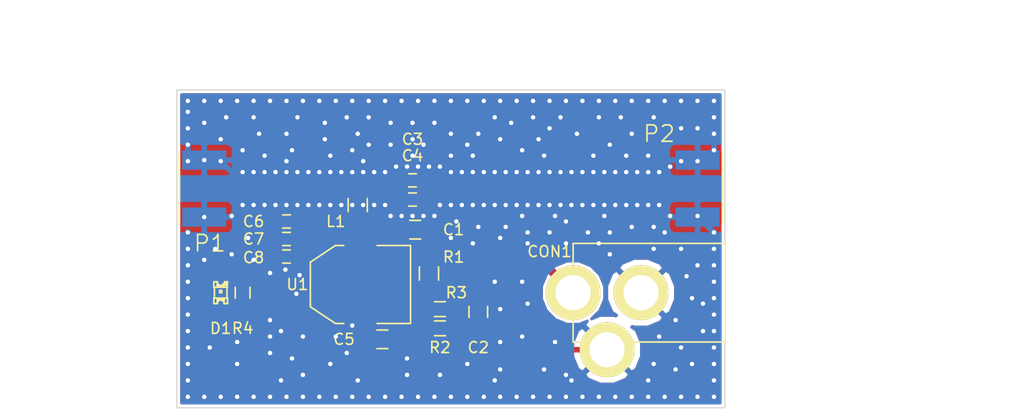
<source format=kicad_pcb>
(kicad_pcb (version 4) (host pcbnew "(2015-05-21 BZR 5674)-product")

  (general
    (links 33)
    (no_connects 0)
    (area 129.949999 64.949999 180.050001 94.050001)
    (thickness 1.6)
    (drawings 17)
    (tracks 771)
    (zones 0)
    (modules 18)
    (nets 8)
  )

  (page A4)
  (layers
    (0 F.Cu signal)
    (31 B.Cu signal)
    (32 B.Adhes user)
    (33 F.Adhes user)
    (34 B.Paste user)
    (35 F.Paste user)
    (36 B.SilkS user)
    (37 F.SilkS user)
    (38 B.Mask user)
    (39 F.Mask user)
    (40 Dwgs.User user)
    (41 Cmts.User user)
    (42 Eco1.User user)
    (43 Eco2.User user)
    (44 Edge.Cuts user)
    (45 Margin user)
    (46 B.CrtYd user)
    (47 F.CrtYd user)
    (48 B.Fab user)
    (49 F.Fab user)
  )

  (setup
    (last_trace_width 0.5)
    (trace_clearance 0.254)
    (zone_clearance 0.254)
    (zone_45_only yes)
    (trace_min 0.2)
    (segment_width 0.2)
    (edge_width 0.1)
    (via_size 0.6)
    (via_drill 0.4)
    (via_min_size 0.4)
    (via_min_drill 0.3)
    (uvia_size 0.3)
    (uvia_drill 0.1)
    (uvias_allowed no)
    (uvia_min_size 0.2)
    (uvia_min_drill 0.1)
    (pcb_text_width 0.3)
    (pcb_text_size 1.5 1.5)
    (mod_edge_width 0.15)
    (mod_text_size 1 1)
    (mod_text_width 0.15)
    (pad_size 1.5 1.5)
    (pad_drill 0.6)
    (pad_to_mask_clearance 0)
    (aux_axis_origin 0 0)
    (visible_elements FFFEFF7F)
    (pcbplotparams
      (layerselection 0x00030_80000001)
      (usegerberextensions false)
      (excludeedgelayer true)
      (linewidth 0.100000)
      (plotframeref false)
      (viasonmask false)
      (mode 1)
      (useauxorigin false)
      (hpglpennumber 1)
      (hpglpenspeed 20)
      (hpglpendiameter 15)
      (hpglpenoverlay 2)
      (psnegative false)
      (psa4output false)
      (plotreference true)
      (plotvalue true)
      (plotinvisibletext false)
      (padsonsilk false)
      (subtractmaskfromsilk false)
      (outputformat 1)
      (mirror false)
      (drillshape 1)
      (scaleselection 1)
      (outputdirectory ""))
  )

  (net 0 "")
  (net 1 GND)
  (net 2 /RFDC)
  (net 3 /RF)
  (net 4 "Net-(C5-Pad1)")
  (net 5 "Net-(D1-Pad2)")
  (net 6 /DCIN)
  (net 7 /REGOUT)

  (net_class Default "This is the default net class."
    (clearance 0.254)
    (trace_width 0.5)
    (via_dia 0.6)
    (via_drill 0.4)
    (uvia_dia 0.3)
    (uvia_drill 0.1)
    (add_net GND)
    (add_net "Net-(C5-Pad1)")
    (add_net "Net-(D1-Pad2)")
  )

  (net_class Power ""
    (clearance 0.254)
    (trace_width 0.75)
    (via_dia 0.6)
    (via_drill 0.4)
    (uvia_dia 0.3)
    (uvia_drill 0.1)
    (add_net /DCIN)
    (add_net /REGOUT)
  )

  (net_class RF ""
    (clearance 0.254)
    (trace_width 1.31)
    (via_dia 0.6)
    (via_drill 0.4)
    (uvia_dia 0.3)
    (uvia_drill 0.1)
    (add_net /RF)
    (add_net /RFDC)
  )

  (module Capacitors_SMD:C_0805_HandSoldering (layer F.Cu) (tedit 55733BFF) (tstamp 557332F7)
    (at 151.75 77.75 180)
    (descr "Capacitor SMD 0805, hand soldering")
    (tags "capacitor 0805")
    (path /555E4498)
    (attr smd)
    (fp_text reference C1 (at -3.5 0 360) (layer F.SilkS)
      (effects (font (size 1 1) (thickness 0.15)))
    )
    (fp_text value 1uF (at 0 2.1 180) (layer F.Fab)
      (effects (font (size 1 1) (thickness 0.15)))
    )
    (fp_line (start -2.3 -1) (end 2.3 -1) (layer F.CrtYd) (width 0.05))
    (fp_line (start -2.3 1) (end 2.3 1) (layer F.CrtYd) (width 0.05))
    (fp_line (start -2.3 -1) (end -2.3 1) (layer F.CrtYd) (width 0.05))
    (fp_line (start 2.3 -1) (end 2.3 1) (layer F.CrtYd) (width 0.05))
    (fp_line (start 0.5 -0.85) (end -0.5 -0.85) (layer F.SilkS) (width 0.15))
    (fp_line (start -0.5 0.85) (end 0.5 0.85) (layer F.SilkS) (width 0.15))
    (pad 1 smd rect (at -1.25 0 180) (size 1.5 1.25) (layers F.Cu F.Paste F.Mask)
      (net 6 /DCIN))
    (pad 2 smd rect (at 1.25 0 180) (size 1.5 1.25) (layers F.Cu F.Paste F.Mask)
      (net 1 GND))
    (model Capacitors_SMD.3dshapes/C_0805_HandSoldering.wrl
      (at (xyz 0 0 0))
      (scale (xyz 1 1 1))
      (rotate (xyz 0 0 0))
    )
  )

  (module Capacitors_SMD:C_0805_HandSoldering (layer F.Cu) (tedit 55733BBD) (tstamp 557332FD)
    (at 157.5 85.25 270)
    (descr "Capacitor SMD 0805, hand soldering")
    (tags "capacitor 0805")
    (path /555E3C5D)
    (attr smd)
    (fp_text reference C2 (at 3.25 0 360) (layer F.SilkS)
      (effects (font (size 1 1) (thickness 0.15)))
    )
    (fp_text value 1uF (at 0 2.1 270) (layer F.Fab)
      (effects (font (size 1 1) (thickness 0.15)))
    )
    (fp_line (start -2.3 -1) (end 2.3 -1) (layer F.CrtYd) (width 0.05))
    (fp_line (start -2.3 1) (end 2.3 1) (layer F.CrtYd) (width 0.05))
    (fp_line (start -2.3 -1) (end -2.3 1) (layer F.CrtYd) (width 0.05))
    (fp_line (start 2.3 -1) (end 2.3 1) (layer F.CrtYd) (width 0.05))
    (fp_line (start 0.5 -0.85) (end -0.5 -0.85) (layer F.SilkS) (width 0.15))
    (fp_line (start -0.5 0.85) (end 0.5 0.85) (layer F.SilkS) (width 0.15))
    (pad 1 smd rect (at -1.25 0 270) (size 1.5 1.25) (layers F.Cu F.Paste F.Mask)
      (net 7 /REGOUT))
    (pad 2 smd rect (at 1.25 0 270) (size 1.5 1.25) (layers F.Cu F.Paste F.Mask)
      (net 1 GND))
    (model Capacitors_SMD.3dshapes/C_0805_HandSoldering.wrl
      (at (xyz 0 0 0))
      (scale (xyz 1 1 1))
      (rotate (xyz 0 0 0))
    )
  )

  (module Capacitors_SMD:C_0603_HandSoldering (layer F.Cu) (tedit 5573F677) (tstamp 55733303)
    (at 151.5 73.25)
    (descr "Capacitor SMD 0603, hand soldering")
    (tags "capacitor 0603")
    (path /555E357F)
    (attr smd)
    (fp_text reference C3 (at 0 -3.75) (layer F.SilkS)
      (effects (font (size 1 1) (thickness 0.15)))
    )
    (fp_text value 1nF (at 0 1.9) (layer F.Fab)
      (effects (font (size 1 1) (thickness 0.15)))
    )
    (fp_line (start -1.85 -0.75) (end 1.85 -0.75) (layer F.CrtYd) (width 0.05))
    (fp_line (start -1.85 0.75) (end 1.85 0.75) (layer F.CrtYd) (width 0.05))
    (fp_line (start -1.85 -0.75) (end -1.85 0.75) (layer F.CrtYd) (width 0.05))
    (fp_line (start 1.85 -0.75) (end 1.85 0.75) (layer F.CrtYd) (width 0.05))
    (fp_line (start -0.35 -0.6) (end 0.35 -0.6) (layer F.SilkS) (width 0.15))
    (fp_line (start 0.35 0.6) (end -0.35 0.6) (layer F.SilkS) (width 0.15))
    (pad 1 smd rect (at -0.95 0) (size 1.2 0.75) (layers F.Cu F.Paste F.Mask)
      (net 2 /RFDC))
    (pad 2 smd rect (at 0.95 0) (size 1.2 0.75) (layers F.Cu F.Paste F.Mask)
      (net 3 /RF))
    (model Capacitors_SMD.3dshapes/C_0603_HandSoldering.wrl
      (at (xyz 0 0 0))
      (scale (xyz 1 1 1))
      (rotate (xyz 0 0 0))
    )
  )

  (module Capacitors_SMD:C_0603_HandSoldering (layer F.Cu) (tedit 5573F67B) (tstamp 55733309)
    (at 151.5 75 180)
    (descr "Capacitor SMD 0603, hand soldering")
    (tags "capacitor 0603")
    (path /555E3528)
    (attr smd)
    (fp_text reference C4 (at 0 4 180) (layer F.SilkS)
      (effects (font (size 1 1) (thickness 0.15)))
    )
    (fp_text value 100pF (at 0 1.9 180) (layer F.Fab)
      (effects (font (size 1 1) (thickness 0.15)))
    )
    (fp_line (start -1.85 -0.75) (end 1.85 -0.75) (layer F.CrtYd) (width 0.05))
    (fp_line (start -1.85 0.75) (end 1.85 0.75) (layer F.CrtYd) (width 0.05))
    (fp_line (start -1.85 -0.75) (end -1.85 0.75) (layer F.CrtYd) (width 0.05))
    (fp_line (start 1.85 -0.75) (end 1.85 0.75) (layer F.CrtYd) (width 0.05))
    (fp_line (start -0.35 -0.6) (end 0.35 -0.6) (layer F.SilkS) (width 0.15))
    (fp_line (start 0.35 0.6) (end -0.35 0.6) (layer F.SilkS) (width 0.15))
    (pad 1 smd rect (at -0.95 0 180) (size 1.2 0.75) (layers F.Cu F.Paste F.Mask)
      (net 3 /RF))
    (pad 2 smd rect (at 0.95 0 180) (size 1.2 0.75) (layers F.Cu F.Paste F.Mask)
      (net 2 /RFDC))
    (model Capacitors_SMD.3dshapes/C_0603_HandSoldering.wrl
      (at (xyz 0 0 0))
      (scale (xyz 1 1 1))
      (rotate (xyz 0 0 0))
    )
  )

  (module devthrash:JACK_DC (layer F.Cu) (tedit 557336E2) (tstamp 55733314)
    (at 169.25 83.5 180)
    (path /5572F374)
    (fp_text reference CON1 (at 5.25 3.75 360) (layer F.SilkS)
      (effects (font (size 1 1) (thickness 0.15)))
    )
    (fp_text value DC (at -7.4 3.7 180) (layer F.Fab) hide
      (effects (font (size 1 1) (thickness 0.15)))
    )
    (fp_line (start 3.1 -4.5) (end -10.7 -4.5) (layer F.SilkS) (width 0.15))
    (fp_line (start -10.7 -4.5) (end -10.7 4.5) (layer F.SilkS) (width 0.15))
    (fp_line (start -10.7 4.5) (end 3.1 4.5) (layer F.SilkS) (width 0.15))
    (fp_line (start 3.1 -4.5) (end 3.1 4.5) (layer F.SilkS) (width 0.15))
    (pad 1 thru_hole circle (at 3.1 0 180) (size 5 5) (drill 3.2) (layers *.Cu *.Mask F.SilkS)
      (net 6 /DCIN))
    (pad 2 thru_hole circle (at -3.1 0 180) (size 5 5) (drill 3.2) (layers *.Cu *.Mask F.SilkS)
      (net 1 GND))
    (pad 3 thru_hole circle (at 0 -5.2 180) (size 5 5) (drill 3.2) (layers *.Cu *.Mask F.SilkS)
      (net 1 GND))
  )

  (module Resistors_SMD:R_0805_HandSoldering (layer F.Cu) (tedit 5573F666) (tstamp 5573331A)
    (at 146.5 75.5 90)
    (descr "Resistor SMD 0805, hand soldering")
    (tags "resistor 0805")
    (path /555E3664)
    (attr smd)
    (fp_text reference L1 (at -1.5 -2 360) (layer F.SilkS)
      (effects (font (size 1 1) (thickness 0.15)))
    )
    (fp_text value 10uH (at 0 2.1 90) (layer F.Fab)
      (effects (font (size 1 1) (thickness 0.15)))
    )
    (fp_line (start -2.4 -1) (end 2.4 -1) (layer F.CrtYd) (width 0.05))
    (fp_line (start -2.4 1) (end 2.4 1) (layer F.CrtYd) (width 0.05))
    (fp_line (start -2.4 -1) (end -2.4 1) (layer F.CrtYd) (width 0.05))
    (fp_line (start 2.4 -1) (end 2.4 1) (layer F.CrtYd) (width 0.05))
    (fp_line (start 0.6 0.875) (end -0.6 0.875) (layer F.SilkS) (width 0.15))
    (fp_line (start -0.6 -0.875) (end 0.6 -0.875) (layer F.SilkS) (width 0.15))
    (pad 1 smd rect (at -1.35 0 90) (size 1.5 1.3) (layers F.Cu F.Paste F.Mask)
      (net 7 /REGOUT))
    (pad 2 smd rect (at 1.35 0 90) (size 1.5 1.3) (layers F.Cu F.Paste F.Mask)
      (net 2 /RFDC))
    (model Resistors_SMD.3dshapes/R_0805_HandSoldering.wrl
      (at (xyz 0 0 0))
      (scale (xyz 1 1 1))
      (rotate (xyz 0 0 0))
    )
  )

  (module devthrash:SMA-BU-P_EdgeMount (layer F.Cu) (tedit 55746993) (tstamp 55733323)
    (at 132.5 74 90)
    (path /555E335B)
    (fp_text reference P1 (at -5 0.5 360) (layer F.SilkS)
      (effects (font (size 1.5 1.5) (thickness 0.15)))
    )
    (fp_text value ANT (at 0 -3.3 90) (layer F.Fab) hide
      (effects (font (size 1.5 1.5) (thickness 0.15)))
    )
    (fp_line (start 0 -2.275) (end -3.225 -2.275) (layer F.SilkS) (width 0.15))
    (fp_line (start 0 -2.275) (end 3.225 -2.275) (layer F.SilkS) (width 0.15))
    (pad 2 smd rect (at -2.6 0 90) (size 1.75 4) (layers B.Cu B.Paste B.Mask)
      (net 1 GND))
    (pad 2 smd rect (at 2.6 0 90) (size 1.75 4) (layers B.Cu B.Paste B.Mask)
      (net 1 GND))
    (pad 1 smd rect (at 0 0 90) (size 1.75 4) (layers F.Cu F.Paste F.Mask)
      (net 2 /RFDC))
  )

  (module devthrash:SMA-BU-P_EdgeMount (layer F.Cu) (tedit 5574159F) (tstamp 5573332C)
    (at 177.5 74 270)
    (path /555E33D8)
    (fp_text reference P2 (at -5 3.5 540) (layer F.SilkS)
      (effects (font (size 1.5 1.5) (thickness 0.15)))
    )
    (fp_text value RX (at 0 -3.3 270) (layer F.Fab) hide
      (effects (font (size 1.5 1.5) (thickness 0.15)))
    )
    (fp_line (start 0 -2.275) (end -3.225 -2.275) (layer F.SilkS) (width 0.15))
    (fp_line (start 0 -2.275) (end 3.225 -2.275) (layer F.SilkS) (width 0.15))
    (pad 2 smd rect (at -2.6 0 270) (size 1.75 4) (layers B.Cu B.Paste B.Mask)
      (net 1 GND))
    (pad 2 smd rect (at 2.6 0 270) (size 1.75 4) (layers B.Cu B.Paste B.Mask)
      (net 1 GND))
    (pad 1 smd rect (at 0 0 270) (size 1.75 4) (layers F.Cu F.Paste F.Mask)
      (net 3 /RF))
  )

  (module Resistors_SMD:R_0805_HandSoldering (layer F.Cu) (tedit 55733BFC) (tstamp 55733332)
    (at 153 81.75 270)
    (descr "Resistor SMD 0805, hand soldering")
    (tags "resistor 0805")
    (path /555E3FB9)
    (attr smd)
    (fp_text reference R1 (at -1.5 -2.25 540) (layer F.SilkS)
      (effects (font (size 1 1) (thickness 0.15)))
    )
    (fp_text value 0 (at 0 2.1 270) (layer F.Fab)
      (effects (font (size 1 1) (thickness 0.15)))
    )
    (fp_line (start -2.4 -1) (end 2.4 -1) (layer F.CrtYd) (width 0.05))
    (fp_line (start -2.4 1) (end 2.4 1) (layer F.CrtYd) (width 0.05))
    (fp_line (start -2.4 -1) (end -2.4 1) (layer F.CrtYd) (width 0.05))
    (fp_line (start 2.4 -1) (end 2.4 1) (layer F.CrtYd) (width 0.05))
    (fp_line (start 0.6 0.875) (end -0.6 0.875) (layer F.SilkS) (width 0.15))
    (fp_line (start -0.6 -0.875) (end 0.6 -0.875) (layer F.SilkS) (width 0.15))
    (pad 1 smd rect (at -1.35 0 270) (size 1.5 1.3) (layers F.Cu F.Paste F.Mask)
      (net 6 /DCIN))
    (pad 2 smd rect (at 1.35 0 270) (size 1.5 1.3) (layers F.Cu F.Paste F.Mask)
      (net 7 /REGOUT))
    (model Resistors_SMD.3dshapes/R_0805_HandSoldering.wrl
      (at (xyz 0 0 0))
      (scale (xyz 1 1 1))
      (rotate (xyz 0 0 0))
    )
  )

  (module Resistors_SMD:R_0603_HandSoldering (layer F.Cu) (tedit 55733BBF) (tstamp 55733338)
    (at 154 86.75)
    (descr "Resistor SMD 0603, hand soldering")
    (tags "resistor 0603")
    (path /555E3B39)
    (attr smd)
    (fp_text reference R2 (at 0 1.75) (layer F.SilkS)
      (effects (font (size 1 1) (thickness 0.15)))
    )
    (fp_text value R (at 0 1.9) (layer F.Fab)
      (effects (font (size 1 1) (thickness 0.15)))
    )
    (fp_line (start -2 -0.8) (end 2 -0.8) (layer F.CrtYd) (width 0.05))
    (fp_line (start -2 0.8) (end 2 0.8) (layer F.CrtYd) (width 0.05))
    (fp_line (start -2 -0.8) (end -2 0.8) (layer F.CrtYd) (width 0.05))
    (fp_line (start 2 -0.8) (end 2 0.8) (layer F.CrtYd) (width 0.05))
    (fp_line (start 0.5 0.675) (end -0.5 0.675) (layer F.SilkS) (width 0.15))
    (fp_line (start -0.5 -0.675) (end 0.5 -0.675) (layer F.SilkS) (width 0.15))
    (pad 1 smd rect (at -1.1 0) (size 1.2 0.9) (layers F.Cu F.Paste F.Mask)
      (net 4 "Net-(C5-Pad1)"))
    (pad 2 smd rect (at 1.1 0) (size 1.2 0.9) (layers F.Cu F.Paste F.Mask)
      (net 1 GND))
    (model Resistors_SMD.3dshapes/R_0603_HandSoldering.wrl
      (at (xyz 0 0 0))
      (scale (xyz 1 1 1))
      (rotate (xyz 0 0 0))
    )
  )

  (module Resistors_SMD:R_0603_HandSoldering (layer F.Cu) (tedit 55733767) (tstamp 5573333E)
    (at 154 85 180)
    (descr "Resistor SMD 0603, hand soldering")
    (tags "resistor 0603")
    (path /555E3B02)
    (attr smd)
    (fp_text reference R3 (at -1.5 1.5 180) (layer F.SilkS)
      (effects (font (size 1 1) (thickness 0.15)))
    )
    (fp_text value 220 (at 0 1.9 180) (layer F.Fab)
      (effects (font (size 1 1) (thickness 0.15)))
    )
    (fp_line (start -2 -0.8) (end 2 -0.8) (layer F.CrtYd) (width 0.05))
    (fp_line (start -2 0.8) (end 2 0.8) (layer F.CrtYd) (width 0.05))
    (fp_line (start -2 -0.8) (end -2 0.8) (layer F.CrtYd) (width 0.05))
    (fp_line (start 2 -0.8) (end 2 0.8) (layer F.CrtYd) (width 0.05))
    (fp_line (start 0.5 0.675) (end -0.5 0.675) (layer F.SilkS) (width 0.15))
    (fp_line (start -0.5 -0.675) (end 0.5 -0.675) (layer F.SilkS) (width 0.15))
    (pad 1 smd rect (at -1.1 0 180) (size 1.2 0.9) (layers F.Cu F.Paste F.Mask)
      (net 7 /REGOUT))
    (pad 2 smd rect (at 1.1 0 180) (size 1.2 0.9) (layers F.Cu F.Paste F.Mask)
      (net 4 "Net-(C5-Pad1)"))
    (model Resistors_SMD.3dshapes/R_0603_HandSoldering.wrl
      (at (xyz 0 0 0))
      (scale (xyz 1 1 1))
      (rotate (xyz 0 0 0))
    )
  )

  (module SMD_Packages:SOT-223 (layer F.Cu) (tedit 55733BCB) (tstamp 55733346)
    (at 146.75 82.75 90)
    (descr "module CMS SOT223 4 pins")
    (tags "CMS SOT")
    (path /555E3AA1)
    (attr smd)
    (fp_text reference U1 (at 0 -5.75 360) (layer F.SilkS)
      (effects (font (size 1 1) (thickness 0.15)))
    )
    (fp_text value LM317AEMP (at 0 0.762 90) (layer F.Fab)
      (effects (font (size 1 1) (thickness 0.15)))
    )
    (fp_line (start -3.556 1.524) (end -3.556 4.572) (layer F.SilkS) (width 0.15))
    (fp_line (start -3.556 4.572) (end 3.556 4.572) (layer F.SilkS) (width 0.15))
    (fp_line (start 3.556 4.572) (end 3.556 1.524) (layer F.SilkS) (width 0.15))
    (fp_line (start -3.556 -1.524) (end -3.556 -2.286) (layer F.SilkS) (width 0.15))
    (fp_line (start -3.556 -2.286) (end -2.032 -4.572) (layer F.SilkS) (width 0.15))
    (fp_line (start -2.032 -4.572) (end 2.032 -4.572) (layer F.SilkS) (width 0.15))
    (fp_line (start 2.032 -4.572) (end 3.556 -2.286) (layer F.SilkS) (width 0.15))
    (fp_line (start 3.556 -2.286) (end 3.556 -1.524) (layer F.SilkS) (width 0.15))
    (pad 4 smd rect (at 0 -3.302 90) (size 3.6576 2.032) (layers F.Cu F.Paste F.Mask))
    (pad 2 smd rect (at 0 3.302 90) (size 1.016 2.032) (layers F.Cu F.Paste F.Mask)
      (net 7 /REGOUT))
    (pad 3 smd rect (at 2.286 3.302 90) (size 1.016 2.032) (layers F.Cu F.Paste F.Mask)
      (net 6 /DCIN))
    (pad 1 smd rect (at -2.286 3.302 90) (size 1.016 2.032) (layers F.Cu F.Paste F.Mask)
      (net 4 "Net-(C5-Pad1)"))
    (model SMD_Packages.3dshapes/SOT-223.wrl
      (at (xyz 0 0 0))
      (scale (xyz 0.4 0.4 0.4))
      (rotate (xyz 0 0 0))
    )
  )

  (module Capacitors_SMD:C_0805_HandSoldering (layer F.Cu) (tedit 55733B9D) (tstamp 55733D4E)
    (at 148.75 87.75 180)
    (descr "Capacitor SMD 0805, hand soldering")
    (tags "capacitor 0805")
    (path /55733F3C)
    (attr smd)
    (fp_text reference C5 (at 3.5 0 180) (layer F.SilkS)
      (effects (font (size 1 1) (thickness 0.15)))
    )
    (fp_text value 1uF (at 0 2.1 180) (layer F.Fab)
      (effects (font (size 1 1) (thickness 0.15)))
    )
    (fp_line (start -2.3 -1) (end 2.3 -1) (layer F.CrtYd) (width 0.05))
    (fp_line (start -2.3 1) (end 2.3 1) (layer F.CrtYd) (width 0.05))
    (fp_line (start -2.3 -1) (end -2.3 1) (layer F.CrtYd) (width 0.05))
    (fp_line (start 2.3 -1) (end 2.3 1) (layer F.CrtYd) (width 0.05))
    (fp_line (start 0.5 -0.85) (end -0.5 -0.85) (layer F.SilkS) (width 0.15))
    (fp_line (start -0.5 0.85) (end 0.5 0.85) (layer F.SilkS) (width 0.15))
    (pad 1 smd rect (at -1.25 0 180) (size 1.5 1.25) (layers F.Cu F.Paste F.Mask)
      (net 4 "Net-(C5-Pad1)"))
    (pad 2 smd rect (at 1.25 0 180) (size 1.5 1.25) (layers F.Cu F.Paste F.Mask)
      (net 1 GND))
    (model Capacitors_SMD.3dshapes/C_0805_HandSoldering.wrl
      (at (xyz 0 0 0))
      (scale (xyz 1 1 1))
      (rotate (xyz 0 0 0))
    )
  )

  (module LEDs:LED-0805 (layer F.Cu) (tedit 55733BB4) (tstamp 55733D54)
    (at 134 83.5 270)
    (descr "LED 0805 smd package")
    (tags "LED 0805 SMD")
    (path /55733D45)
    (attr smd)
    (fp_text reference D1 (at 3.25 0 540) (layer F.SilkS)
      (effects (font (size 1 1) (thickness 0.15)))
    )
    (fp_text value PWR (at 0 1.27 270) (layer F.Fab)
      (effects (font (size 1 1) (thickness 0.15)))
    )
    (fp_line (start -0.49784 0.29972) (end -0.49784 0.62484) (layer F.SilkS) (width 0.15))
    (fp_line (start -0.49784 0.62484) (end -0.99822 0.62484) (layer F.SilkS) (width 0.15))
    (fp_line (start -0.99822 0.29972) (end -0.99822 0.62484) (layer F.SilkS) (width 0.15))
    (fp_line (start -0.49784 0.29972) (end -0.99822 0.29972) (layer F.SilkS) (width 0.15))
    (fp_line (start -0.49784 -0.32258) (end -0.49784 -0.17272) (layer F.SilkS) (width 0.15))
    (fp_line (start -0.49784 -0.17272) (end -0.7493 -0.17272) (layer F.SilkS) (width 0.15))
    (fp_line (start -0.7493 -0.32258) (end -0.7493 -0.17272) (layer F.SilkS) (width 0.15))
    (fp_line (start -0.49784 -0.32258) (end -0.7493 -0.32258) (layer F.SilkS) (width 0.15))
    (fp_line (start -0.49784 0.17272) (end -0.49784 0.32258) (layer F.SilkS) (width 0.15))
    (fp_line (start -0.49784 0.32258) (end -0.7493 0.32258) (layer F.SilkS) (width 0.15))
    (fp_line (start -0.7493 0.17272) (end -0.7493 0.32258) (layer F.SilkS) (width 0.15))
    (fp_line (start -0.49784 0.17272) (end -0.7493 0.17272) (layer F.SilkS) (width 0.15))
    (fp_line (start -0.49784 -0.19812) (end -0.49784 0.19812) (layer F.SilkS) (width 0.15))
    (fp_line (start -0.49784 0.19812) (end -0.6731 0.19812) (layer F.SilkS) (width 0.15))
    (fp_line (start -0.6731 -0.19812) (end -0.6731 0.19812) (layer F.SilkS) (width 0.15))
    (fp_line (start -0.49784 -0.19812) (end -0.6731 -0.19812) (layer F.SilkS) (width 0.15))
    (fp_line (start 0.99822 0.29972) (end 0.99822 0.62484) (layer F.SilkS) (width 0.15))
    (fp_line (start 0.99822 0.62484) (end 0.49784 0.62484) (layer F.SilkS) (width 0.15))
    (fp_line (start 0.49784 0.29972) (end 0.49784 0.62484) (layer F.SilkS) (width 0.15))
    (fp_line (start 0.99822 0.29972) (end 0.49784 0.29972) (layer F.SilkS) (width 0.15))
    (fp_line (start 0.99822 -0.62484) (end 0.99822 -0.29972) (layer F.SilkS) (width 0.15))
    (fp_line (start 0.99822 -0.29972) (end 0.49784 -0.29972) (layer F.SilkS) (width 0.15))
    (fp_line (start 0.49784 -0.62484) (end 0.49784 -0.29972) (layer F.SilkS) (width 0.15))
    (fp_line (start 0.99822 -0.62484) (end 0.49784 -0.62484) (layer F.SilkS) (width 0.15))
    (fp_line (start 0.7493 0.17272) (end 0.7493 0.32258) (layer F.SilkS) (width 0.15))
    (fp_line (start 0.7493 0.32258) (end 0.49784 0.32258) (layer F.SilkS) (width 0.15))
    (fp_line (start 0.49784 0.17272) (end 0.49784 0.32258) (layer F.SilkS) (width 0.15))
    (fp_line (start 0.7493 0.17272) (end 0.49784 0.17272) (layer F.SilkS) (width 0.15))
    (fp_line (start 0.7493 -0.32258) (end 0.7493 -0.17272) (layer F.SilkS) (width 0.15))
    (fp_line (start 0.7493 -0.17272) (end 0.49784 -0.17272) (layer F.SilkS) (width 0.15))
    (fp_line (start 0.49784 -0.32258) (end 0.49784 -0.17272) (layer F.SilkS) (width 0.15))
    (fp_line (start 0.7493 -0.32258) (end 0.49784 -0.32258) (layer F.SilkS) (width 0.15))
    (fp_line (start 0.6731 -0.19812) (end 0.6731 0.19812) (layer F.SilkS) (width 0.15))
    (fp_line (start 0.6731 0.19812) (end 0.49784 0.19812) (layer F.SilkS) (width 0.15))
    (fp_line (start 0.49784 -0.19812) (end 0.49784 0.19812) (layer F.SilkS) (width 0.15))
    (fp_line (start 0.6731 -0.19812) (end 0.49784 -0.19812) (layer F.SilkS) (width 0.15))
    (fp_line (start 0 -0.09906) (end 0 0.09906) (layer F.SilkS) (width 0.15))
    (fp_line (start 0 0.09906) (end -0.19812 0.09906) (layer F.SilkS) (width 0.15))
    (fp_line (start -0.19812 -0.09906) (end -0.19812 0.09906) (layer F.SilkS) (width 0.15))
    (fp_line (start 0 -0.09906) (end -0.19812 -0.09906) (layer F.SilkS) (width 0.15))
    (fp_line (start -0.49784 -0.59944) (end -0.49784 -0.29972) (layer F.SilkS) (width 0.15))
    (fp_line (start -0.49784 -0.29972) (end -0.79756 -0.29972) (layer F.SilkS) (width 0.15))
    (fp_line (start -0.79756 -0.59944) (end -0.79756 -0.29972) (layer F.SilkS) (width 0.15))
    (fp_line (start -0.49784 -0.59944) (end -0.79756 -0.59944) (layer F.SilkS) (width 0.15))
    (fp_line (start -0.92456 -0.62484) (end -0.92456 -0.39878) (layer F.SilkS) (width 0.15))
    (fp_line (start -0.92456 -0.39878) (end -0.99822 -0.39878) (layer F.SilkS) (width 0.15))
    (fp_line (start -0.99822 -0.62484) (end -0.99822 -0.39878) (layer F.SilkS) (width 0.15))
    (fp_line (start -0.92456 -0.62484) (end -0.99822 -0.62484) (layer F.SilkS) (width 0.15))
    (fp_line (start -0.52324 0.57404) (end 0.52324 0.57404) (layer F.SilkS) (width 0.15))
    (fp_line (start 0.49784 -0.57404) (end -0.92456 -0.57404) (layer F.SilkS) (width 0.15))
    (fp_circle (center -0.84836 -0.44958) (end -0.89916 -0.50038) (layer F.SilkS) (width 0.15))
    (fp_arc (start -0.99822 0) (end -0.99822 0.34798) (angle -180) (layer F.SilkS) (width 0.15))
    (fp_arc (start 0.99822 0) (end 0.99822 -0.34798) (angle -180) (layer F.SilkS) (width 0.15))
    (pad 2 smd rect (at 1.04902 0 90) (size 1.19888 1.19888) (layers F.Cu F.Paste F.Mask)
      (net 5 "Net-(D1-Pad2)"))
    (pad 1 smd rect (at -1.04902 0 90) (size 1.19888 1.19888) (layers F.Cu F.Paste F.Mask)
      (net 1 GND))
  )

  (module Resistors_SMD:R_0603_HandSoldering (layer F.Cu) (tedit 55733BB2) (tstamp 55733D5A)
    (at 136 83.5 90)
    (descr "Resistor SMD 0603, hand soldering")
    (tags "resistor 0603")
    (path /55733E25)
    (attr smd)
    (fp_text reference R4 (at -3.25 0 360) (layer F.SilkS)
      (effects (font (size 1 1) (thickness 0.15)))
    )
    (fp_text value 1k (at 0 1.9 90) (layer F.Fab)
      (effects (font (size 1 1) (thickness 0.15)))
    )
    (fp_line (start -2 -0.8) (end 2 -0.8) (layer F.CrtYd) (width 0.05))
    (fp_line (start -2 0.8) (end 2 0.8) (layer F.CrtYd) (width 0.05))
    (fp_line (start -2 -0.8) (end -2 0.8) (layer F.CrtYd) (width 0.05))
    (fp_line (start 2 -0.8) (end 2 0.8) (layer F.CrtYd) (width 0.05))
    (fp_line (start 0.5 0.675) (end -0.5 0.675) (layer F.SilkS) (width 0.15))
    (fp_line (start -0.5 -0.675) (end 0.5 -0.675) (layer F.SilkS) (width 0.15))
    (pad 1 smd rect (at -1.1 0 90) (size 1.2 0.9) (layers F.Cu F.Paste F.Mask)
      (net 5 "Net-(D1-Pad2)"))
    (pad 2 smd rect (at 1.1 0 90) (size 1.2 0.9) (layers F.Cu F.Paste F.Mask)
      (net 7 /REGOUT))
    (model Resistors_SMD.3dshapes/R_0603_HandSoldering.wrl
      (at (xyz 0 0 0))
      (scale (xyz 1 1 1))
      (rotate (xyz 0 0 0))
    )
  )

  (module Capacitors_SMD:C_0603_HandSoldering (layer F.Cu) (tedit 557469D4) (tstamp 55746945)
    (at 140 77 180)
    (descr "Capacitor SMD 0603, hand soldering")
    (tags "capacitor 0603")
    (path /5574826E)
    (attr smd)
    (fp_text reference C6 (at 3 0 180) (layer F.SilkS)
      (effects (font (size 1 1) (thickness 0.15)))
    )
    (fp_text value 10nF (at 0 1.9 180) (layer F.Fab)
      (effects (font (size 1 1) (thickness 0.15)))
    )
    (fp_line (start -1.85 -0.75) (end 1.85 -0.75) (layer F.CrtYd) (width 0.05))
    (fp_line (start -1.85 0.75) (end 1.85 0.75) (layer F.CrtYd) (width 0.05))
    (fp_line (start -1.85 -0.75) (end -1.85 0.75) (layer F.CrtYd) (width 0.05))
    (fp_line (start 1.85 -0.75) (end 1.85 0.75) (layer F.CrtYd) (width 0.05))
    (fp_line (start -0.35 -0.6) (end 0.35 -0.6) (layer F.SilkS) (width 0.15))
    (fp_line (start 0.35 0.6) (end -0.35 0.6) (layer F.SilkS) (width 0.15))
    (pad 1 smd rect (at -0.95 0 180) (size 1.2 0.75) (layers F.Cu F.Paste F.Mask)
      (net 7 /REGOUT))
    (pad 2 smd rect (at 0.95 0 180) (size 1.2 0.75) (layers F.Cu F.Paste F.Mask)
      (net 1 GND))
    (model Capacitors_SMD.3dshapes/C_0603_HandSoldering.wrl
      (at (xyz 0 0 0))
      (scale (xyz 1 1 1))
      (rotate (xyz 0 0 0))
    )
  )

  (module Capacitors_SMD:C_0603_HandSoldering (layer F.Cu) (tedit 557469D1) (tstamp 5574694B)
    (at 140 78.6 180)
    (descr "Capacitor SMD 0603, hand soldering")
    (tags "capacitor 0603")
    (path /55748232)
    (attr smd)
    (fp_text reference C7 (at 3 0 180) (layer F.SilkS)
      (effects (font (size 1 1) (thickness 0.15)))
    )
    (fp_text value 1nF (at 0 1.9 180) (layer F.Fab)
      (effects (font (size 1 1) (thickness 0.15)))
    )
    (fp_line (start -1.85 -0.75) (end 1.85 -0.75) (layer F.CrtYd) (width 0.05))
    (fp_line (start -1.85 0.75) (end 1.85 0.75) (layer F.CrtYd) (width 0.05))
    (fp_line (start -1.85 -0.75) (end -1.85 0.75) (layer F.CrtYd) (width 0.05))
    (fp_line (start 1.85 -0.75) (end 1.85 0.75) (layer F.CrtYd) (width 0.05))
    (fp_line (start -0.35 -0.6) (end 0.35 -0.6) (layer F.SilkS) (width 0.15))
    (fp_line (start 0.35 0.6) (end -0.35 0.6) (layer F.SilkS) (width 0.15))
    (pad 1 smd rect (at -0.95 0 180) (size 1.2 0.75) (layers F.Cu F.Paste F.Mask)
      (net 7 /REGOUT))
    (pad 2 smd rect (at 0.95 0 180) (size 1.2 0.75) (layers F.Cu F.Paste F.Mask)
      (net 1 GND))
    (model Capacitors_SMD.3dshapes/C_0603_HandSoldering.wrl
      (at (xyz 0 0 0))
      (scale (xyz 1 1 1))
      (rotate (xyz 0 0 0))
    )
  )

  (module Capacitors_SMD:C_0603_HandSoldering (layer F.Cu) (tedit 557469D2) (tstamp 55746951)
    (at 140 80.2 180)
    (descr "Capacitor SMD 0603, hand soldering")
    (tags "capacitor 0603")
    (path /557481E1)
    (attr smd)
    (fp_text reference C8 (at 3 -0.1 180) (layer F.SilkS)
      (effects (font (size 1 1) (thickness 0.15)))
    )
    (fp_text value 100pF (at 0 1.9 180) (layer F.Fab)
      (effects (font (size 1 1) (thickness 0.15)))
    )
    (fp_line (start -1.85 -0.75) (end 1.85 -0.75) (layer F.CrtYd) (width 0.05))
    (fp_line (start -1.85 0.75) (end 1.85 0.75) (layer F.CrtYd) (width 0.05))
    (fp_line (start -1.85 -0.75) (end -1.85 0.75) (layer F.CrtYd) (width 0.05))
    (fp_line (start 1.85 -0.75) (end 1.85 0.75) (layer F.CrtYd) (width 0.05))
    (fp_line (start -0.35 -0.6) (end 0.35 -0.6) (layer F.SilkS) (width 0.15))
    (fp_line (start 0.35 0.6) (end -0.35 0.6) (layer F.SilkS) (width 0.15))
    (pad 1 smd rect (at -0.95 0 180) (size 1.2 0.75) (layers F.Cu F.Paste F.Mask)
      (net 7 /REGOUT))
    (pad 2 smd rect (at 0.95 0 180) (size 1.2 0.75) (layers F.Cu F.Paste F.Mask)
      (net 1 GND))
    (model Capacitors_SMD.3dshapes/C_0603_HandSoldering.wrl
      (at (xyz 0 0 0))
      (scale (xyz 1 1 1))
      (rotate (xyz 0 0 0))
    )
  )

  (gr_text "Bias-Tee\ndt'2015 \nRev. A" (at 150.5 79.5 90) (layer B.Mask)
    (effects (font (size 1.5 1.5) (thickness 0.3)) (justify left mirror))
  )
  (dimension 2 (width 0.3) (layer Dwgs.User)
    (gr_text "2,000 mm" (at 123.65 93 90) (layer Dwgs.User)
      (effects (font (size 1.5 1.5) (thickness 0.3)))
    )
    (feature1 (pts (xy 130 92) (xy 122.3 92)))
    (feature2 (pts (xy 130 94) (xy 122.3 94)))
    (crossbar (pts (xy 125 94) (xy 125 92)))
    (arrow1a (pts (xy 125 92) (xy 125.586421 93.126504)))
    (arrow1b (pts (xy 125 92) (xy 124.413579 93.126504)))
    (arrow2a (pts (xy 125 94) (xy 125.586421 92.873496)))
    (arrow2b (pts (xy 125 94) (xy 124.413579 92.873496)))
  )
  (dimension 2 (width 0.3) (layer Dwgs.User)
    (gr_text "2,000 mm" (at 184.6 93 90) (layer Dwgs.User)
      (effects (font (size 1.5 1.5) (thickness 0.3)))
    )
    (feature1 (pts (xy 180 92) (xy 185.95 92)))
    (feature2 (pts (xy 180 94) (xy 185.95 94)))
    (crossbar (pts (xy 183.25 94) (xy 183.25 92)))
    (arrow1a (pts (xy 183.25 92) (xy 183.836421 93.126504)))
    (arrow1b (pts (xy 183.25 92) (xy 182.663579 93.126504)))
    (arrow2a (pts (xy 183.25 94) (xy 183.836421 92.873496)))
    (arrow2b (pts (xy 183.25 94) (xy 182.663579 92.873496)))
  )
  (dimension 2 (width 0.3) (layer Dwgs.User)
    (gr_text "2,000 mm" (at 184.1 66 270) (layer Dwgs.User)
      (effects (font (size 1.5 1.5) (thickness 0.3)))
    )
    (feature1 (pts (xy 180 67) (xy 185.45 67)))
    (feature2 (pts (xy 180 65) (xy 185.45 65)))
    (crossbar (pts (xy 182.75 65) (xy 182.75 67)))
    (arrow1a (pts (xy 182.75 67) (xy 182.163579 65.873496)))
    (arrow1b (pts (xy 182.75 67) (xy 183.336421 65.873496)))
    (arrow2a (pts (xy 182.75 65) (xy 182.163579 66.126504)))
    (arrow2b (pts (xy 182.75 65) (xy 183.336421 66.126504)))
  )
  (dimension 2 (width 0.3) (layer Dwgs.User)
    (gr_text "2,000 mm" (at 120.15 66 270) (layer Dwgs.User)
      (effects (font (size 1.5 1.5) (thickness 0.3)))
    )
    (feature1 (pts (xy 130 67) (xy 118.8 67)))
    (feature2 (pts (xy 130 65) (xy 118.8 65)))
    (crossbar (pts (xy 121.5 65) (xy 121.5 67)))
    (arrow1a (pts (xy 121.5 67) (xy 120.913579 65.873496)))
    (arrow1b (pts (xy 121.5 67) (xy 122.086421 65.873496)))
    (arrow2a (pts (xy 121.5 65) (xy 120.913579 66.126504)))
    (arrow2b (pts (xy 121.5 65) (xy 122.086421 66.126504)))
  )
  (dimension 10.5 (width 0.3) (layer Dwgs.User)
    (gr_text "10,500 mm" (at 189.6 88.75 270) (layer Dwgs.User)
      (effects (font (size 1.5 1.5) (thickness 0.3)))
    )
    (feature1 (pts (xy 180 94) (xy 190.95 94)))
    (feature2 (pts (xy 180 83.5) (xy 190.95 83.5)))
    (crossbar (pts (xy 188.25 83.5) (xy 188.25 94)))
    (arrow1a (pts (xy 188.25 94) (xy 187.663579 92.873496)))
    (arrow1b (pts (xy 188.25 94) (xy 188.836421 92.873496)))
    (arrow2a (pts (xy 188.25 83.5) (xy 187.663579 84.626504)))
    (arrow2b (pts (xy 188.25 83.5) (xy 188.836421 84.626504)))
  )
  (gr_line (start 169.25 83.5) (end 182.5 83.5) (angle 90) (layer Dwgs.User) (width 0.2))
  (dimension 9 (width 0.3) (layer Dwgs.User)
    (gr_text "9,000 mm" (at 125.65 69.5 270) (layer Dwgs.User)
      (effects (font (size 1.5 1.5) (thickness 0.3)))
    )
    (feature1 (pts (xy 130 74) (xy 124.3 74)))
    (feature2 (pts (xy 130 65) (xy 124.3 65)))
    (crossbar (pts (xy 127 65) (xy 127 74)))
    (arrow1a (pts (xy 127 74) (xy 126.413579 72.873496)))
    (arrow1b (pts (xy 127 74) (xy 127.586421 72.873496)))
    (arrow2a (pts (xy 127 65) (xy 126.413579 66.126504)))
    (arrow2b (pts (xy 127 65) (xy 127.586421 66.126504)))
  )
  (dimension 9 (width 0.3) (layer Dwgs.User)
    (gr_text "9,000 mm" (at 195.6 69.5 270) (layer Dwgs.User)
      (effects (font (size 1.5 1.5) (thickness 0.3)))
    )
    (feature1 (pts (xy 180 74) (xy 196.95 74)))
    (feature2 (pts (xy 180 65) (xy 196.95 65)))
    (crossbar (pts (xy 194.25 65) (xy 194.25 74)))
    (arrow1a (pts (xy 194.25 74) (xy 193.663579 72.873496)))
    (arrow1b (pts (xy 194.25 74) (xy 194.836421 72.873496)))
    (arrow2a (pts (xy 194.25 65) (xy 193.663579 66.126504)))
    (arrow2b (pts (xy 194.25 65) (xy 194.836421 66.126504)))
  )
  (gr_line (start 180 70) (end 130 70) (angle 90) (layer Dwgs.User) (width 0.2))
  (gr_line (start 180 89) (end 130 89) (angle 90) (layer Dwgs.User) (width 0.2))
  (gr_line (start 130 94) (end 180 94) (angle 90) (layer Edge.Cuts) (width 0.1))
  (gr_line (start 130 65) (end 130 94) (angle 90) (layer Edge.Cuts) (width 0.1))
  (gr_line (start 180 65) (end 180 94) (angle 90) (layer Edge.Cuts) (width 0.1))
  (dimension 29 (width 0.3) (layer Dwgs.User)
    (gr_text "29,000 mm" (at 204.6 79.5 270) (layer Dwgs.User)
      (effects (font (size 1.5 1.5) (thickness 0.3)))
    )
    (feature1 (pts (xy 180 94) (xy 205.95 94)))
    (feature2 (pts (xy 180 65) (xy 205.95 65)))
    (crossbar (pts (xy 203.25 65) (xy 203.25 94)))
    (arrow1a (pts (xy 203.25 94) (xy 202.663579 92.873496)))
    (arrow1b (pts (xy 203.25 94) (xy 203.836421 92.873496)))
    (arrow2a (pts (xy 203.25 65) (xy 202.663579 66.126504)))
    (arrow2b (pts (xy 203.25 65) (xy 203.836421 66.126504)))
  )
  (gr_line (start 130 65) (end 180 65) (angle 90) (layer Edge.Cuts) (width 0.1))
  (dimension 50 (width 0.3) (layer Dwgs.User)
    (gr_text "50,000 mm" (at 155 60) (layer Dwgs.User)
      (effects (font (size 1.5 1.5) (thickness 0.3)))
    )
    (feature1 (pts (xy 180 65) (xy 180 60)))
    (feature2 (pts (xy 130 65) (xy 130 60)))
    (crossbar (pts (xy 130 60) (xy 180 60)))
    (arrow1a (pts (xy 180 60) (xy 178.873496 60.586421)))
    (arrow1b (pts (xy 180 60) (xy 178.873496 59.413579)))
    (arrow2a (pts (xy 130 60) (xy 131.126504 60.586421)))
    (arrow2b (pts (xy 130 60) (xy 131.126504 59.413579)))
  )

  (segment (start 137 80.5) (end 137.3 80.5) (width 0.5) (layer F.Cu) (net 1))
  (segment (start 131 81) (end 132 81) (width 0.5) (layer F.Cu) (net 1) (tstamp 5573F9DC))
  (segment (start 132.5 80.5) (end 132 81) (width 0.5) (layer F.Cu) (net 1) (tstamp 5573F9DB))
  (via (at 132.5 80.5) (size 0.6) (layers F.Cu B.Cu) (net 1))
  (segment (start 133.5 79.5) (end 132.5 80.5) (width 0.5) (layer B.Cu) (net 1) (tstamp 5573F9D8))
  (via (at 133.5 79.5) (size 0.6) (layers F.Cu B.Cu) (net 1))
  (segment (start 134.5 79.5) (end 133.5 79.5) (width 0.5) (layer F.Cu) (net 1) (tstamp 5573F9D6))
  (segment (start 135 80) (end 134.5 79.5) (width 0.5) (layer F.Cu) (net 1) (tstamp 5573F9D5))
  (via (at 135 80) (size 0.6) (layers F.Cu B.Cu) (net 1))
  (segment (start 136.5 80) (end 135 80) (width 0.5) (layer B.Cu) (net 1) (tstamp 5573F9D3))
  (segment (start 137 80.5) (end 136.5 80) (width 0.5) (layer B.Cu) (net 1) (tstamp 5573F9D2))
  (via (at 137 80.5) (size 0.6) (layers F.Cu B.Cu) (net 1))
  (segment (start 139.9 81.4) (end 139.05 80.55) (width 0.5) (layer F.Cu) (net 1) (tstamp 55746A2D) (status 800000))
  (via (at 139.9 81.4) (size 0.6) (layers F.Cu B.Cu) (net 1))
  (segment (start 140.7 81.4) (end 139.9 81.4) (width 0.5) (layer B.Cu) (net 1) (tstamp 55746A2B))
  (segment (start 141.2 81.9) (end 140.7 81.4) (width 0.5) (layer B.Cu) (net 1) (tstamp 55746A2A))
  (via (at 141.2 81.9) (size 0.6) (layers F.Cu B.Cu) (net 1))
  (segment (start 141.2 83.3) (end 141.2 81.9) (width 0.5) (layer F.Cu) (net 1) (tstamp 55746A28))
  (segment (start 140.9 83.6) (end 141.2 83.3) (width 0.5) (layer F.Cu) (net 1) (tstamp 55746A27))
  (via (at 140.9 83.6) (size 0.6) (layers F.Cu B.Cu) (net 1))
  (segment (start 140.4 83.6) (end 140.9 83.6) (width 0.5) (layer B.Cu) (net 1) (tstamp 55746A25))
  (segment (start 138.5 81.7) (end 140.4 83.6) (width 0.5) (layer B.Cu) (net 1) (tstamp 55746A24))
  (via (at 138.5 81.7) (size 0.6) (layers F.Cu B.Cu) (net 1))
  (segment (start 137.3 80.5) (end 138.5 81.7) (width 0.5) (layer F.Cu) (net 1) (tstamp 55746A22))
  (segment (start 139.05 80.55) (end 139.05 80.2) (width 0.5) (layer F.Cu) (net 1) (tstamp 55746A2E) (status C00000))
  (segment (start 149.5 76.5) (end 150.5 76.5) (width 0.5) (layer F.Cu) (net 1))
  (segment (start 177.5 76.5) (end 177.5 76.6) (width 0.5) (layer B.Cu) (net 1) (tstamp 55734125))
  (via (at 177.5 76.5) (size 0.6) (layers F.Cu B.Cu) (net 1))
  (segment (start 175 76.5) (end 177.5 76.5) (width 0.5) (layer F.Cu) (net 1) (tstamp 55734122))
  (via (at 175 76.5) (size 0.6) (layers F.Cu B.Cu) (net 1))
  (segment (start 174 75.5) (end 175 76.5) (width 0.5) (layer B.Cu) (net 1) (tstamp 5573411F))
  (via (at 174 75.5) (size 0.6) (layers F.Cu B.Cu) (net 1))
  (segment (start 173 75.5) (end 174 75.5) (width 0.5) (layer F.Cu) (net 1) (tstamp 5573411C))
  (via (at 173 75.5) (size 0.6) (layers F.Cu B.Cu) (net 1))
  (segment (start 172 75.5) (end 173 75.5) (width 0.5) (layer B.Cu) (net 1) (tstamp 55734119))
  (via (at 172 75.5) (size 0.6) (layers F.Cu B.Cu) (net 1))
  (segment (start 171 75.5) (end 172 75.5) (width 0.5) (layer F.Cu) (net 1) (tstamp 55734116))
  (via (at 171 75.5) (size 0.6) (layers F.Cu B.Cu) (net 1))
  (segment (start 170 75.5) (end 171 75.5) (width 0.5) (layer B.Cu) (net 1) (tstamp 55734113))
  (via (at 170 75.5) (size 0.6) (layers F.Cu B.Cu) (net 1))
  (segment (start 169 75.5) (end 170 75.5) (width 0.5) (layer F.Cu) (net 1) (tstamp 55734110))
  (via (at 169 75.5) (size 0.6) (layers F.Cu B.Cu) (net 1))
  (segment (start 168 75.5) (end 169 75.5) (width 0.5) (layer B.Cu) (net 1) (tstamp 5573410D))
  (via (at 168 75.5) (size 0.6) (layers F.Cu B.Cu) (net 1))
  (segment (start 167 75.5) (end 168 75.5) (width 0.5) (layer F.Cu) (net 1) (tstamp 5573410A))
  (via (at 167 75.5) (size 0.6) (layers F.Cu B.Cu) (net 1))
  (segment (start 166 75.5) (end 167 75.5) (width 0.5) (layer B.Cu) (net 1) (tstamp 55734107))
  (via (at 166 75.5) (size 0.6) (layers F.Cu B.Cu) (net 1))
  (segment (start 165 75.5) (end 166 75.5) (width 0.5) (layer F.Cu) (net 1) (tstamp 55734104))
  (via (at 165 75.5) (size 0.6) (layers F.Cu B.Cu) (net 1))
  (segment (start 164 75.5) (end 165 75.5) (width 0.5) (layer B.Cu) (net 1) (tstamp 55734101))
  (via (at 164 75.5) (size 0.6) (layers F.Cu B.Cu) (net 1))
  (segment (start 163 75.5) (end 164 75.5) (width 0.5) (layer F.Cu) (net 1) (tstamp 557340FE))
  (via (at 163 75.5) (size 0.6) (layers F.Cu B.Cu) (net 1))
  (segment (start 162 75.5) (end 163 75.5) (width 0.5) (layer B.Cu) (net 1) (tstamp 557340FB))
  (via (at 162 75.5) (size 0.6) (layers F.Cu B.Cu) (net 1))
  (segment (start 161 75.5) (end 162 75.5) (width 0.5) (layer F.Cu) (net 1) (tstamp 557340F8))
  (via (at 161 75.5) (size 0.6) (layers F.Cu B.Cu) (net 1))
  (segment (start 160 75.5) (end 161 75.5) (width 0.5) (layer B.Cu) (net 1) (tstamp 557340F5))
  (via (at 160 75.5) (size 0.6) (layers F.Cu B.Cu) (net 1))
  (segment (start 159 75.5) (end 160 75.5) (width 0.5) (layer F.Cu) (net 1) (tstamp 557340F2))
  (via (at 159 75.5) (size 0.6) (layers F.Cu B.Cu) (net 1))
  (segment (start 158 75.5) (end 159 75.5) (width 0.5) (layer B.Cu) (net 1) (tstamp 557340EF))
  (via (at 158 75.5) (size 0.6) (layers F.Cu B.Cu) (net 1))
  (segment (start 157 75.5) (end 158 75.5) (width 0.5) (layer F.Cu) (net 1) (tstamp 557340EC))
  (via (at 157 75.5) (size 0.6) (layers F.Cu B.Cu) (net 1))
  (segment (start 156 75.5) (end 157 75.5) (width 0.5) (layer B.Cu) (net 1) (tstamp 557340E9))
  (via (at 156 75.5) (size 0.6) (layers F.Cu B.Cu) (net 1))
  (segment (start 155 75.5) (end 156 75.5) (width 0.5) (layer F.Cu) (net 1) (tstamp 557340E6))
  (via (at 155 75.5) (size 0.6) (layers F.Cu B.Cu) (net 1))
  (segment (start 154 75.5) (end 155 75.5) (width 0.5) (layer B.Cu) (net 1) (tstamp 557340E3))
  (via (at 154 75.5) (size 0.6) (layers F.Cu B.Cu) (net 1))
  (segment (start 154 76) (end 154 75.5) (width 0.5) (layer F.Cu) (net 1) (tstamp 557340E1))
  (segment (start 153.5 76.5) (end 154 76) (width 0.5) (layer F.Cu) (net 1) (tstamp 557340E0))
  (via (at 153.5 76.5) (size 0.6) (layers F.Cu B.Cu) (net 1))
  (segment (start 152.5 76.5) (end 153.5 76.5) (width 0.5) (layer B.Cu) (net 1) (tstamp 557340DD))
  (via (at 152.5 76.5) (size 0.6) (layers F.Cu B.Cu) (net 1))
  (segment (start 151.5 76.5) (end 152.5 76.5) (width 0.5) (layer F.Cu) (net 1) (tstamp 557340DA))
  (via (at 151.5 76.5) (size 0.6) (layers F.Cu B.Cu) (net 1))
  (segment (start 150.5 76.5) (end 151.5 76.5) (width 0.5) (layer B.Cu) (net 1) (tstamp 557340D7))
  (via (at 150.5 76.5) (size 0.6) (layers F.Cu B.Cu) (net 1))
  (segment (start 150.5 77.5) (end 149.5 76.5) (width 0.5) (layer F.Cu) (net 1) (tstamp 557340CE))
  (via (at 149.5 76.5) (size 0.6) (layers F.Cu B.Cu) (net 1))
  (segment (start 149.5 76) (end 149.5 76.5) (width 0.5) (layer B.Cu) (net 1) (tstamp 557340CC))
  (segment (start 149 75.5) (end 149.5 76) (width 0.5) (layer B.Cu) (net 1) (tstamp 557340CB))
  (via (at 149 75.5) (size 0.6) (layers F.Cu B.Cu) (net 1))
  (segment (start 148 75.5) (end 149 75.5) (width 0.5) (layer F.Cu) (net 1) (tstamp 557340C8))
  (via (at 148 75.5) (size 0.6) (layers F.Cu B.Cu) (net 1))
  (segment (start 147 75.5) (end 148 75.5) (width 0.5) (layer B.Cu) (net 1) (tstamp 557340C5))
  (via (at 147 75.5) (size 0.6) (layers F.Cu B.Cu) (net 1))
  (segment (start 146 75.5) (end 147 75.5) (width 0.5) (layer F.Cu) (net 1) (tstamp 557340C2))
  (via (at 146 75.5) (size 0.6) (layers F.Cu B.Cu) (net 1))
  (segment (start 145 75.5) (end 146 75.5) (width 0.5) (layer B.Cu) (net 1) (tstamp 557340BF))
  (via (at 145 75.5) (size 0.6) (layers F.Cu B.Cu) (net 1))
  (segment (start 144 75.5) (end 145 75.5) (width 0.5) (layer F.Cu) (net 1) (tstamp 557340BC))
  (via (at 144 75.5) (size 0.6) (layers F.Cu B.Cu) (net 1))
  (segment (start 143 75.5) (end 144 75.5) (width 0.5) (layer B.Cu) (net 1) (tstamp 557340B9))
  (via (at 143 75.5) (size 0.6) (layers F.Cu B.Cu) (net 1))
  (segment (start 142 75.5) (end 143 75.5) (width 0.5) (layer F.Cu) (net 1) (tstamp 557340B6))
  (via (at 142 75.5) (size 0.6) (layers F.Cu B.Cu) (net 1))
  (segment (start 141 75.5) (end 142 75.5) (width 0.5) (layer B.Cu) (net 1) (tstamp 557340B3))
  (via (at 141 75.5) (size 0.6) (layers F.Cu B.Cu) (net 1))
  (segment (start 140 75.5) (end 141 75.5) (width 0.5) (layer F.Cu) (net 1) (tstamp 557340B0))
  (via (at 140 75.5) (size 0.6) (layers F.Cu B.Cu) (net 1))
  (segment (start 139 75.5) (end 140 75.5) (width 0.5) (layer B.Cu) (net 1) (tstamp 557340AD))
  (via (at 139 75.5) (size 0.6) (layers F.Cu B.Cu) (net 1))
  (segment (start 138 75.5) (end 139 75.5) (width 0.5) (layer F.Cu) (net 1) (tstamp 557340AA))
  (via (at 138 75.5) (size 0.6) (layers F.Cu B.Cu) (net 1))
  (segment (start 137 75.5) (end 138 75.5) (width 0.5) (layer B.Cu) (net 1) (tstamp 557340A7))
  (via (at 137 75.5) (size 0.6) (layers F.Cu B.Cu) (net 1))
  (segment (start 136 75.5) (end 137 75.5) (width 0.5) (layer F.Cu) (net 1) (tstamp 557340A4))
  (via (at 136 75.5) (size 0.6) (layers F.Cu B.Cu) (net 1))
  (segment (start 135 76.5) (end 136 75.5) (width 0.5) (layer B.Cu) (net 1) (tstamp 557340A1))
  (via (at 135 76.5) (size 0.6) (layers F.Cu B.Cu) (net 1))
  (segment (start 132.6 76.5) (end 135 76.5) (width 0.5) (layer F.Cu) (net 1) (tstamp 5573409F))
  (segment (start 132.6 76.5) (end 132.5 76.6) (width 0.5) (layer F.Cu) (net 1) (tstamp 5573409E))
  (segment (start 150.5 77.5) (end 150.5 77.75) (width 0.5) (layer F.Cu) (net 1) (tstamp 557340CF))
  (segment (start 177.5 76.6) (end 177.6 76.6) (width 0.5) (layer B.Cu) (net 1))
  (segment (start 132.4 76.9) (end 132.5 77) (width 0.5) (layer F.Cu) (net 1) (tstamp 5573F639))
  (segment (start 132.4 76.6) (end 132.4 76.9) (width 0.5) (layer F.Cu) (net 1) (tstamp 5573F638))
  (segment (start 131 78) (end 132.4 76.6) (width 0.5) (layer F.Cu) (net 1) (tstamp 5573F637))
  (via (at 131 78) (size 0.6) (layers F.Cu B.Cu) (net 1))
  (segment (start 131 79.5) (end 131 78) (width 0.5) (layer B.Cu) (net 1) (tstamp 5573F634))
  (via (at 131 79.5) (size 0.6) (layers F.Cu B.Cu) (net 1))
  (segment (start 131 81) (end 131 79.5) (width 0.5) (layer F.Cu) (net 1) (tstamp 5573F631))
  (via (at 132.5 76.6) (size 0.6) (layers F.Cu B.Cu) (net 1))
  (segment (start 131 88.5) (end 131 87) (width 0.5) (layer B.Cu) (net 1) (tstamp 5573F5C9))
  (via (at 131 88.5) (size 0.6) (layers F.Cu B.Cu) (net 1))
  (segment (start 131 90) (end 131 88.5) (width 0.5) (layer F.Cu) (net 1) (tstamp 5573F5C6))
  (via (at 131 90) (size 0.6) (layers F.Cu B.Cu) (net 1))
  (segment (start 131 91.5) (end 131 90) (width 0.5) (layer B.Cu) (net 1) (tstamp 5573F5C3))
  (via (at 131 91.5) (size 0.6) (layers F.Cu B.Cu) (net 1))
  (segment (start 131 93) (end 131 91.5) (width 0.5) (layer F.Cu) (net 1) (tstamp 5573F5C0))
  (via (at 131 93) (size 0.6) (layers F.Cu B.Cu) (net 1))
  (segment (start 132.5 93) (end 131 93) (width 0.5) (layer B.Cu) (net 1) (tstamp 5573F5BD))
  (via (at 132.5 93) (size 0.6) (layers F.Cu B.Cu) (net 1))
  (segment (start 134 93) (end 132.5 93) (width 0.5) (layer F.Cu) (net 1) (tstamp 5573F5BA))
  (via (at 134 93) (size 0.6) (layers F.Cu B.Cu) (net 1))
  (segment (start 135.5 93) (end 134 93) (width 0.5) (layer B.Cu) (net 1) (tstamp 5573F5B7))
  (via (at 135.5 93) (size 0.6) (layers F.Cu B.Cu) (net 1))
  (segment (start 137 93) (end 135.5 93) (width 0.5) (layer F.Cu) (net 1) (tstamp 5573F5B4))
  (via (at 137 93) (size 0.6) (layers F.Cu B.Cu) (net 1))
  (segment (start 138.5 93) (end 137 93) (width 0.5) (layer B.Cu) (net 1) (tstamp 5573F5B1))
  (via (at 138.5 93) (size 0.6) (layers F.Cu B.Cu) (net 1))
  (segment (start 140 93) (end 138.5 93) (width 0.5) (layer F.Cu) (net 1) (tstamp 5573F5AE))
  (via (at 140 93) (size 0.6) (layers F.Cu B.Cu) (net 1))
  (segment (start 141.5 93) (end 140 93) (width 0.5) (layer B.Cu) (net 1) (tstamp 5573F5AB))
  (via (at 141.5 93) (size 0.6) (layers F.Cu B.Cu) (net 1))
  (segment (start 143 93) (end 141.5 93) (width 0.5) (layer F.Cu) (net 1) (tstamp 5573F5A8))
  (via (at 143 93) (size 0.6) (layers F.Cu B.Cu) (net 1))
  (segment (start 144.5 93) (end 143 93) (width 0.5) (layer B.Cu) (net 1) (tstamp 5573F5A5))
  (via (at 144.5 93) (size 0.6) (layers F.Cu B.Cu) (net 1))
  (segment (start 146 93) (end 144.5 93) (width 0.5) (layer F.Cu) (net 1) (tstamp 5573F5A2))
  (via (at 146 93) (size 0.6) (layers F.Cu B.Cu) (net 1))
  (segment (start 147.5 93) (end 146 93) (width 0.5) (layer B.Cu) (net 1) (tstamp 5573F59F))
  (via (at 147.5 93) (size 0.6) (layers F.Cu B.Cu) (net 1))
  (segment (start 149 93) (end 147.5 93) (width 0.5) (layer F.Cu) (net 1) (tstamp 5573F59C))
  (via (at 149 93) (size 0.6) (layers F.Cu B.Cu) (net 1))
  (segment (start 150.5 93) (end 149 93) (width 0.5) (layer B.Cu) (net 1) (tstamp 5573F599))
  (via (at 150.5 93) (size 0.6) (layers F.Cu B.Cu) (net 1))
  (segment (start 152 93) (end 150.5 93) (width 0.5) (layer F.Cu) (net 1) (tstamp 5573F596))
  (via (at 152 93) (size 0.6) (layers F.Cu B.Cu) (net 1))
  (segment (start 153.5 93) (end 152 93) (width 0.5) (layer B.Cu) (net 1) (tstamp 5573F593))
  (via (at 153.5 93) (size 0.6) (layers F.Cu B.Cu) (net 1))
  (segment (start 155 93) (end 153.5 93) (width 0.5) (layer F.Cu) (net 1) (tstamp 5573F590))
  (via (at 155 93) (size 0.6) (layers F.Cu B.Cu) (net 1))
  (segment (start 156.5 93) (end 155 93) (width 0.5) (layer B.Cu) (net 1) (tstamp 5573F58D))
  (via (at 156.5 93) (size 0.6) (layers F.Cu B.Cu) (net 1))
  (segment (start 158 93) (end 156.5 93) (width 0.5) (layer F.Cu) (net 1) (tstamp 5573F58A))
  (via (at 158 93) (size 0.6) (layers F.Cu B.Cu) (net 1))
  (segment (start 159.5 93) (end 158 93) (width 0.5) (layer B.Cu) (net 1) (tstamp 5573F587))
  (via (at 159.5 93) (size 0.6) (layers F.Cu B.Cu) (net 1))
  (segment (start 161 93) (end 159.5 93) (width 0.5) (layer F.Cu) (net 1) (tstamp 5573F584))
  (via (at 161 93) (size 0.6) (layers F.Cu B.Cu) (net 1))
  (segment (start 162.5 93) (end 161 93) (width 0.5) (layer B.Cu) (net 1) (tstamp 5573F581))
  (via (at 162.5 93) (size 0.6) (layers F.Cu B.Cu) (net 1))
  (segment (start 164 93) (end 162.5 93) (width 0.5) (layer F.Cu) (net 1) (tstamp 5573F57E))
  (via (at 164 93) (size 0.6) (layers F.Cu B.Cu) (net 1))
  (segment (start 165.5 93) (end 164 93) (width 0.5) (layer B.Cu) (net 1) (tstamp 5573F57B))
  (via (at 165.5 93) (size 0.6) (layers F.Cu B.Cu) (net 1))
  (segment (start 167 93) (end 165.5 93) (width 0.5) (layer F.Cu) (net 1) (tstamp 5573F578))
  (via (at 167 93) (size 0.6) (layers F.Cu B.Cu) (net 1))
  (segment (start 168.5 93) (end 167 93) (width 0.5) (layer B.Cu) (net 1) (tstamp 5573F575))
  (via (at 168.5 93) (size 0.6) (layers F.Cu B.Cu) (net 1))
  (segment (start 170 93) (end 168.5 93) (width 0.5) (layer F.Cu) (net 1) (tstamp 5573F572))
  (via (at 170 93) (size 0.6) (layers F.Cu B.Cu) (net 1))
  (segment (start 171.5 93) (end 170 93) (width 0.5) (layer B.Cu) (net 1) (tstamp 5573F56F))
  (via (at 171.5 93) (size 0.6) (layers F.Cu B.Cu) (net 1))
  (segment (start 173 93) (end 171.5 93) (width 0.5) (layer F.Cu) (net 1) (tstamp 5573F56C))
  (via (at 173 93) (size 0.6) (layers F.Cu B.Cu) (net 1))
  (via (at 131 87) (size 0.6) (layers F.Cu B.Cu) (net 1))
  (segment (start 174.5 93) (end 173 93) (width 0.5) (layer B.Cu) (net 1) (tstamp 5573F569))
  (via (at 174.5 93) (size 0.6) (layers F.Cu B.Cu) (net 1))
  (segment (start 176 93) (end 174.5 93) (width 0.5) (layer F.Cu) (net 1) (tstamp 5573F566))
  (via (at 176 93) (size 0.6) (layers F.Cu B.Cu) (net 1))
  (segment (start 177.5 93) (end 176 93) (width 0.5) (layer B.Cu) (net 1) (tstamp 5573F563))
  (via (at 177.5 93) (size 0.6) (layers F.Cu B.Cu) (net 1))
  (segment (start 179 93) (end 177.5 93) (width 0.5) (layer F.Cu) (net 1) (tstamp 5573F560))
  (via (at 179 93) (size 0.6) (layers F.Cu B.Cu) (net 1))
  (segment (start 179 91.5) (end 179 93) (width 0.5) (layer B.Cu) (net 1) (tstamp 5573F55D))
  (via (at 179 91.5) (size 0.6) (layers F.Cu B.Cu) (net 1))
  (segment (start 179 90) (end 179 91.5) (width 0.5) (layer F.Cu) (net 1) (tstamp 5573F55A))
  (via (at 179 90) (size 0.6) (layers F.Cu B.Cu) (net 1))
  (segment (start 179 88.5) (end 179 90) (width 0.5) (layer B.Cu) (net 1) (tstamp 5573F557))
  (via (at 179 88.5) (size 0.6) (layers F.Cu B.Cu) (net 1))
  (segment (start 179 87) (end 179 88.5) (width 0.5) (layer F.Cu) (net 1) (tstamp 5573F554))
  (via (at 179 87) (size 0.6) (layers F.Cu B.Cu) (net 1))
  (segment (start 179 85.5) (end 179 87) (width 0.5) (layer B.Cu) (net 1) (tstamp 5573F551))
  (via (at 179 85.5) (size 0.6) (layers F.Cu B.Cu) (net 1))
  (segment (start 179 84) (end 179 85.5) (width 0.5) (layer F.Cu) (net 1) (tstamp 5573F54E))
  (via (at 179 84) (size 0.6) (layers F.Cu B.Cu) (net 1))
  (segment (start 179 82.5) (end 179 84) (width 0.5) (layer B.Cu) (net 1) (tstamp 5573F54B))
  (via (at 179 82.5) (size 0.6) (layers F.Cu B.Cu) (net 1))
  (segment (start 179 81) (end 179 82.5) (width 0.5) (layer F.Cu) (net 1) (tstamp 5573F548))
  (via (at 179 81) (size 0.6) (layers F.Cu B.Cu) (net 1))
  (segment (start 179 79.5) (end 179 81) (width 0.5) (layer B.Cu) (net 1) (tstamp 5573F545))
  (via (at 179 79.5) (size 0.6) (layers F.Cu B.Cu) (net 1))
  (segment (start 179 78) (end 179 79.5) (width 0.5) (layer F.Cu) (net 1) (tstamp 5573F542))
  (via (at 179 78) (size 0.6) (layers F.Cu B.Cu) (net 1))
  (segment (start 177.6 76.6) (end 179 78) (width 0.5) (layer B.Cu) (net 1) (tstamp 5573F540))
  (via (at 131 81) (size 0.6) (layers F.Cu B.Cu) (net 1))
  (segment (start 131 82.5) (end 131 81) (width 0.5) (layer B.Cu) (net 1) (tstamp 5573F62E))
  (via (at 131 82.5) (size 0.6) (layers F.Cu B.Cu) (net 1))
  (segment (start 131 84) (end 131 82.5) (width 0.5) (layer F.Cu) (net 1) (tstamp 5573F62B))
  (via (at 131 84) (size 0.6) (layers F.Cu B.Cu) (net 1))
  (segment (start 131 85.5) (end 131 84) (width 0.5) (layer B.Cu) (net 1) (tstamp 5573F628))
  (via (at 131 85.5) (size 0.6) (layers F.Cu B.Cu) (net 1))
  (segment (start 131 87) (end 131 85.5) (width 0.5) (layer F.Cu) (net 1))
  (segment (start 133.9 71.4) (end 134 71.5) (width 0.5) (layer F.Cu) (net 1) (tstamp 5573F63B))
  (via (at 134 71.5) (size 0.6) (layers F.Cu B.Cu) (net 1))
  (segment (start 131 71.5) (end 131 70) (width 0.5) (layer B.Cu) (net 1) (tstamp 5573412C))
  (via (at 131 70) (size 0.6) (layers F.Cu B.Cu) (net 1))
  (segment (start 131 70) (end 131 68.5) (width 0.5) (layer F.Cu) (net 1) (tstamp 5573412F))
  (via (at 131 68.5) (size 0.6) (layers F.Cu B.Cu) (net 1))
  (segment (start 131 68.5) (end 131 67) (width 0.5) (layer B.Cu) (net 1) (tstamp 55734132))
  (via (at 131 67) (size 0.6) (layers F.Cu B.Cu) (net 1))
  (segment (start 131 67) (end 131 66) (width 0.5) (layer F.Cu) (net 1) (tstamp 55734135))
  (via (at 131 66) (size 0.6) (layers F.Cu B.Cu) (net 1))
  (segment (start 131 66) (end 132.5 66) (width 0.5) (layer B.Cu) (net 1) (tstamp 55734138))
  (via (at 132.5 66) (size 0.6) (layers F.Cu B.Cu) (net 1))
  (segment (start 177.5 71.4) (end 177.5 71.5) (width 0.5) (layer B.Cu) (net 1) (tstamp 5573F53D))
  (via (at 177.5 71.5) (size 0.6) (layers F.Cu B.Cu) (net 1))
  (segment (start 178 71.5) (end 177.5 71.5) (width 0.5) (layer F.Cu) (net 1) (tstamp 5573F53B))
  (segment (start 179 70.5) (end 178 71.5) (width 0.5) (layer F.Cu) (net 1) (tstamp 5573F53A))
  (via (at 179 70.5) (size 0.6) (layers F.Cu B.Cu) (net 1))
  (segment (start 179 69) (end 179 70.5) (width 0.5) (layer B.Cu) (net 1) (tstamp 5573F537))
  (segment (start 132.4 71.5) (end 132.5 71.4) (width 0.5) (layer F.Cu) (net 1) (tstamp 55734129))
  (segment (start 132.4 71.5) (end 131 71.5) (width 0.5) (layer F.Cu) (net 1) (tstamp 5573412A))
  (via (at 131 71.5) (size 0.6) (layers F.Cu B.Cu) (net 1))
  (via (at 132.5 71.4) (size 0.6) (layers F.Cu B.Cu) (net 1))
  (segment (start 132.5 71.4) (end 133.9 71.4) (width 0.5) (layer F.Cu) (net 1))
  (segment (start 176.1 71.4) (end 177.5 71.4) (width 0.5) (layer B.Cu) (net 1) (tstamp 5573F6BF))
  (via (at 152 72) (size 0.6) (layers F.Cu B.Cu) (net 1))
  (segment (start 152 72) (end 153 72) (width 0.5) (layer B.Cu) (net 1) (tstamp 5573F676))
  (via (at 153 72) (size 0.6) (layers F.Cu B.Cu) (net 1))
  (segment (start 153 72) (end 154 72) (width 0.5) (layer F.Cu) (net 1) (tstamp 5573F679))
  (via (at 154 72) (size 0.6) (layers F.Cu B.Cu) (net 1))
  (segment (start 154 72) (end 154.5 72.5) (width 0.5) (layer B.Cu) (net 1) (tstamp 5573F67C))
  (segment (start 154.5 72.5) (end 155 72.5) (width 0.5) (layer B.Cu) (net 1) (tstamp 5573F67D))
  (via (at 155 72.5) (size 0.6) (layers F.Cu B.Cu) (net 1))
  (segment (start 155 72.5) (end 156 72.5) (width 0.5) (layer F.Cu) (net 1) (tstamp 5573F67F))
  (via (at 156 72.5) (size 0.6) (layers F.Cu B.Cu) (net 1))
  (segment (start 156 72.5) (end 157 72.5) (width 0.5) (layer B.Cu) (net 1) (tstamp 5573F682))
  (via (at 157 72.5) (size 0.6) (layers F.Cu B.Cu) (net 1))
  (segment (start 157 72.5) (end 158 72.5) (width 0.5) (layer F.Cu) (net 1) (tstamp 5573F685))
  (via (at 158 72.5) (size 0.6) (layers F.Cu B.Cu) (net 1))
  (segment (start 158 72.5) (end 159 72.5) (width 0.5) (layer B.Cu) (net 1) (tstamp 5573F688))
  (via (at 159 72.5) (size 0.6) (layers F.Cu B.Cu) (net 1))
  (segment (start 159 72.5) (end 160 72.5) (width 0.5) (layer F.Cu) (net 1) (tstamp 5573F68B))
  (via (at 160 72.5) (size 0.6) (layers F.Cu B.Cu) (net 1))
  (segment (start 160 72.5) (end 161 72.5) (width 0.5) (layer B.Cu) (net 1) (tstamp 5573F68E))
  (via (at 161 72.5) (size 0.6) (layers F.Cu B.Cu) (net 1))
  (segment (start 161 72.5) (end 162 72.5) (width 0.5) (layer F.Cu) (net 1) (tstamp 5573F691))
  (via (at 162 72.5) (size 0.6) (layers F.Cu B.Cu) (net 1))
  (segment (start 162 72.5) (end 163 72.5) (width 0.5) (layer B.Cu) (net 1) (tstamp 5573F694))
  (via (at 163 72.5) (size 0.6) (layers F.Cu B.Cu) (net 1))
  (segment (start 163 72.5) (end 164 72.5) (width 0.5) (layer F.Cu) (net 1) (tstamp 5573F697))
  (via (at 164 72.5) (size 0.6) (layers F.Cu B.Cu) (net 1))
  (segment (start 164 72.5) (end 165 72.5) (width 0.5) (layer B.Cu) (net 1) (tstamp 5573F69A))
  (via (at 165 72.5) (size 0.6) (layers F.Cu B.Cu) (net 1))
  (segment (start 165 72.5) (end 166 72.5) (width 0.5) (layer F.Cu) (net 1) (tstamp 5573F69D))
  (via (at 166 72.5) (size 0.6) (layers F.Cu B.Cu) (net 1))
  (segment (start 166 72.5) (end 167 72.5) (width 0.5) (layer B.Cu) (net 1) (tstamp 5573F6A0))
  (via (at 167 72.5) (size 0.6) (layers F.Cu B.Cu) (net 1))
  (segment (start 167 72.5) (end 168 72.5) (width 0.5) (layer F.Cu) (net 1) (tstamp 5573F6A3))
  (via (at 168 72.5) (size 0.6) (layers F.Cu B.Cu) (net 1))
  (segment (start 168 72.5) (end 169 72.5) (width 0.5) (layer B.Cu) (net 1) (tstamp 5573F6A6))
  (via (at 169 72.5) (size 0.6) (layers F.Cu B.Cu) (net 1))
  (segment (start 169 72.5) (end 170 72.5) (width 0.5) (layer F.Cu) (net 1) (tstamp 5573F6A9))
  (via (at 170 72.5) (size 0.6) (layers F.Cu B.Cu) (net 1))
  (segment (start 170 72.5) (end 171 72.5) (width 0.5) (layer B.Cu) (net 1) (tstamp 5573F6AC))
  (via (at 171 72.5) (size 0.6) (layers F.Cu B.Cu) (net 1))
  (segment (start 171 72.5) (end 172 72.5) (width 0.5) (layer F.Cu) (net 1) (tstamp 5573F6AF))
  (via (at 172 72.5) (size 0.6) (layers F.Cu B.Cu) (net 1))
  (segment (start 172 72.5) (end 173 72.5) (width 0.5) (layer B.Cu) (net 1) (tstamp 5573F6B2))
  (via (at 173 72.5) (size 0.6) (layers F.Cu B.Cu) (net 1))
  (segment (start 173 72.5) (end 174 72.5) (width 0.5) (layer F.Cu) (net 1) (tstamp 5573F6B5))
  (via (at 174 72.5) (size 0.6) (layers F.Cu B.Cu) (net 1))
  (segment (start 174 72.5) (end 174.5 72) (width 0.5) (layer B.Cu) (net 1) (tstamp 5573F6B8))
  (segment (start 174.5 72) (end 175 72) (width 0.5) (layer B.Cu) (net 1) (tstamp 5573F6B9))
  (via (at 175 72) (size 0.6) (layers F.Cu B.Cu) (net 1))
  (segment (start 175 72) (end 175.5 71.5) (width 0.5) (layer F.Cu) (net 1) (tstamp 5573F6BB))
  (segment (start 175.5 71.5) (end 176 71.5) (width 0.5) (layer F.Cu) (net 1) (tstamp 5573F6BC))
  (via (at 176 71.5) (size 0.6) (layers F.Cu B.Cu) (net 1))
  (segment (start 176 71.5) (end 176.1 71.4) (width 0.5) (layer B.Cu) (net 1) (tstamp 5573F6BE))
  (via (at 151 72) (size 0.6) (layers F.Cu B.Cu) (net 1))
  (segment (start 150 72) (end 151 72) (width 0.5) (layer F.Cu) (net 1) (tstamp 5573F66A))
  (via (at 150 72) (size 0.6) (layers F.Cu B.Cu) (net 1))
  (segment (start 149.5 72) (end 150 72) (width 0.5) (layer B.Cu) (net 1) (tstamp 5573F668))
  (segment (start 149 72.5) (end 149.5 72) (width 0.5) (layer B.Cu) (net 1) (tstamp 5573F667))
  (via (at 149 72.5) (size 0.6) (layers F.Cu B.Cu) (net 1))
  (segment (start 148 72.5) (end 149 72.5) (width 0.5) (layer F.Cu) (net 1) (tstamp 5573F664))
  (via (at 148 72.5) (size 0.6) (layers F.Cu B.Cu) (net 1))
  (segment (start 147 72.5) (end 148 72.5) (width 0.5) (layer B.Cu) (net 1) (tstamp 5573F661))
  (via (at 147 72.5) (size 0.6) (layers F.Cu B.Cu) (net 1))
  (segment (start 146 72.5) (end 147 72.5) (width 0.5) (layer F.Cu) (net 1) (tstamp 5573F65E))
  (via (at 146 72.5) (size 0.6) (layers F.Cu B.Cu) (net 1))
  (segment (start 145 72.5) (end 146 72.5) (width 0.5) (layer B.Cu) (net 1) (tstamp 5573F65B))
  (via (at 145 72.5) (size 0.6) (layers F.Cu B.Cu) (net 1))
  (segment (start 144 72.5) (end 145 72.5) (width 0.5) (layer F.Cu) (net 1) (tstamp 5573F658))
  (via (at 144 72.5) (size 0.6) (layers F.Cu B.Cu) (net 1))
  (segment (start 143 72.5) (end 144 72.5) (width 0.5) (layer B.Cu) (net 1) (tstamp 5573F655))
  (via (at 143 72.5) (size 0.6) (layers F.Cu B.Cu) (net 1))
  (segment (start 142 72.5) (end 143 72.5) (width 0.5) (layer F.Cu) (net 1) (tstamp 5573F652))
  (via (at 142 72.5) (size 0.6) (layers F.Cu B.Cu) (net 1))
  (segment (start 141 72.5) (end 142 72.5) (width 0.5) (layer B.Cu) (net 1) (tstamp 5573F64F))
  (via (at 141 72.5) (size 0.6) (layers F.Cu B.Cu) (net 1))
  (segment (start 140 72.5) (end 141 72.5) (width 0.5) (layer F.Cu) (net 1) (tstamp 5573F64C))
  (via (at 140 72.5) (size 0.6) (layers F.Cu B.Cu) (net 1))
  (segment (start 139 72.5) (end 140 72.5) (width 0.5) (layer B.Cu) (net 1) (tstamp 5573F649))
  (via (at 139 72.5) (size 0.6) (layers F.Cu B.Cu) (net 1))
  (segment (start 138 72.5) (end 139 72.5) (width 0.5) (layer F.Cu) (net 1) (tstamp 5573F646))
  (via (at 138 72.5) (size 0.6) (layers F.Cu B.Cu) (net 1))
  (segment (start 137 72.5) (end 138 72.5) (width 0.5) (layer B.Cu) (net 1) (tstamp 5573F643))
  (via (at 137 72.5) (size 0.6) (layers F.Cu B.Cu) (net 1))
  (segment (start 136 72.5) (end 137 72.5) (width 0.5) (layer F.Cu) (net 1) (tstamp 5573F640))
  (via (at 136 72.5) (size 0.6) (layers F.Cu B.Cu) (net 1))
  (segment (start 135 72.5) (end 136 72.5) (width 0.5) (layer B.Cu) (net 1) (tstamp 5573F63E))
  (segment (start 134 71.5) (end 135 72.5) (width 0.5) (layer B.Cu) (net 1) (tstamp 5573F63D))
  (segment (start 151 72) (end 152 72) (width 0.5) (layer F.Cu) (net 1))
  (segment (start 136 78) (end 136.5 78.5) (width 0.5) (layer F.Cu) (net 1) (tstamp 5573F9B8))
  (via (at 136.5 78.5) (size 0.6) (layers F.Cu B.Cu) (net 1))
  (segment (start 136 75.5) (end 136 78) (width 0.5) (layer F.Cu) (net 1))
  (segment (start 131.5 87) (end 133 88.5) (width 0.5) (layer F.Cu) (net 1) (tstamp 5573F9DF))
  (via (at 133 88.5) (size 0.6) (layers F.Cu B.Cu) (net 1))
  (segment (start 133 88.5) (end 133.5 88) (width 0.5) (layer B.Cu) (net 1) (tstamp 5573F9E1))
  (segment (start 133.5 88) (end 135.5 88) (width 0.5) (layer B.Cu) (net 1) (tstamp 5573F9E2))
  (via (at 135.5 88) (size 0.6) (layers F.Cu B.Cu) (net 1))
  (segment (start 135.5 88) (end 137.5 86) (width 0.5) (layer F.Cu) (net 1) (tstamp 5573F9E4))
  (segment (start 137.5 86) (end 138.5 86) (width 0.5) (layer F.Cu) (net 1) (tstamp 5573F9E5))
  (via (at 138.5 86) (size 0.6) (layers F.Cu B.Cu) (net 1))
  (segment (start 138.5 86) (end 139.5 87) (width 0.5) (layer B.Cu) (net 1) (tstamp 5573F9E7))
  (via (at 139.5 87) (size 0.6) (layers F.Cu B.Cu) (net 1))
  (segment (start 139.5 87) (end 139 87.5) (width 0.5) (layer F.Cu) (net 1) (tstamp 5573F9EA))
  (segment (start 139 87.5) (end 138.5 87.5) (width 0.5) (layer F.Cu) (net 1) (tstamp 5573F9EB))
  (via (at 138.5 87.5) (size 0.6) (layers F.Cu B.Cu) (net 1))
  (segment (start 138.5 87.5) (end 138.5 89) (width 0.5) (layer B.Cu) (net 1) (tstamp 5573F9ED))
  (via (at 138.5 89) (size 0.6) (layers F.Cu B.Cu) (net 1))
  (segment (start 138.5 89) (end 137.5 90) (width 0.5) (layer F.Cu) (net 1) (tstamp 5573F9F0))
  (segment (start 137.5 90) (end 135.5 90) (width 0.5) (layer F.Cu) (net 1) (tstamp 5573F9F1))
  (via (at 135.5 90) (size 0.6) (layers F.Cu B.Cu) (net 1))
  (segment (start 135.5 90) (end 137 91.5) (width 0.5) (layer B.Cu) (net 1) (tstamp 5573F9F3))
  (segment (start 137 91.5) (end 139.5 91.5) (width 0.5) (layer B.Cu) (net 1) (tstamp 5573F9F4))
  (via (at 139.5 91.5) (size 0.6) (layers F.Cu B.Cu) (net 1))
  (segment (start 139.5 91.5) (end 140.5 90.5) (width 0.5) (layer F.Cu) (net 1) (tstamp 5573F9F6))
  (segment (start 140.5 90.5) (end 140.5 89.5) (width 0.5) (layer F.Cu) (net 1) (tstamp 5573F9F7))
  (via (at 140.5 89.5) (size 0.6) (layers F.Cu B.Cu) (net 1))
  (segment (start 140.5 89.5) (end 141.5 88.5) (width 0.5) (layer B.Cu) (net 1) (tstamp 5573F9F9))
  (segment (start 141.5 88.5) (end 141.5 87.5) (width 0.5) (layer B.Cu) (net 1) (tstamp 5573F9FA))
  (via (at 141.5 87.5) (size 0.6) (layers F.Cu B.Cu) (net 1))
  (segment (start 141.5 87.5) (end 144 90) (width 0.5) (layer F.Cu) (net 1) (tstamp 5573F9FC))
  (via (at 144 90) (size 0.6) (layers F.Cu B.Cu) (net 1))
  (segment (start 144 90) (end 143 91) (width 0.5) (layer B.Cu) (net 1) (tstamp 5573F9FF))
  (segment (start 143 91) (end 141.5 91) (width 0.5) (layer B.Cu) (net 1) (tstamp 5573FA00))
  (via (at 141.5 91) (size 0.6) (layers F.Cu B.Cu) (net 1))
  (segment (start 141.5 91) (end 142 91.5) (width 0.5) (layer F.Cu) (net 1) (tstamp 5573FA02))
  (segment (start 142 91.5) (end 146.5 91.5) (width 0.5) (layer F.Cu) (net 1) (tstamp 5573FA03))
  (via (at 146.5 91.5) (size 0.6) (layers F.Cu B.Cu) (net 1))
  (segment (start 146.5 91.5) (end 145.5 90.5) (width 0.5) (layer B.Cu) (net 1) (tstamp 5573FA05))
  (segment (start 145.5 90.5) (end 145.5 89) (width 0.5) (layer B.Cu) (net 1) (tstamp 5573FA06))
  (via (at 145.5 89) (size 0.6) (layers F.Cu B.Cu) (net 1))
  (segment (start 145.5 89) (end 144.5 88) (width 0.5) (layer F.Cu) (net 1) (tstamp 5573FA08))
  (segment (start 144.5 88) (end 144.5 87.5) (width 0.5) (layer F.Cu) (net 1) (tstamp 5573FA09))
  (via (at 144.5 87.5) (size 0.6) (layers F.Cu B.Cu) (net 1))
  (segment (start 144.5 87.5) (end 145.5 86.5) (width 0.5) (layer B.Cu) (net 1) (tstamp 5573FA0B))
  (segment (start 145.5 86.5) (end 146 86.5) (width 0.5) (layer B.Cu) (net 1) (tstamp 5573FA0C))
  (via (at 146 86.5) (size 0.6) (layers F.Cu B.Cu) (net 1))
  (segment (start 131 87) (end 131.5 87) (width 0.5) (layer F.Cu) (net 1))
  (segment (start 155 76.5) (end 155.5 77) (width 0.5) (layer F.Cu) (net 1) (tstamp 5573FA10))
  (via (at 155.5 77) (size 0.6) (layers F.Cu B.Cu) (net 1))
  (segment (start 155.5 77) (end 155 77.5) (width 0.5) (layer B.Cu) (net 1) (tstamp 5573FA12))
  (segment (start 155 77.5) (end 155 78.5) (width 0.5) (layer B.Cu) (net 1) (tstamp 5573FA13))
  (via (at 155 78.5) (size 0.6) (layers F.Cu B.Cu) (net 1))
  (segment (start 155 78.5) (end 155.5 79) (width 0.5) (layer F.Cu) (net 1) (tstamp 5573FA15))
  (segment (start 155.5 79) (end 157 79) (width 0.5) (layer F.Cu) (net 1) (tstamp 5573FA16))
  (via (at 157 79) (size 0.6) (layers F.Cu B.Cu) (net 1))
  (segment (start 157 79) (end 157.5 78.5) (width 0.5) (layer B.Cu) (net 1) (tstamp 5573FA18))
  (segment (start 157.5 78.5) (end 157.5 77.5) (width 0.5) (layer B.Cu) (net 1) (tstamp 5573FA19))
  (via (at 157.5 77.5) (size 0.6) (layers F.Cu B.Cu) (net 1))
  (segment (start 157.5 77.5) (end 160 77.5) (width 0.5) (layer F.Cu) (net 1) (tstamp 5573FA1B))
  (via (at 160 77.5) (size 0.6) (layers F.Cu B.Cu) (net 1))
  (segment (start 160 77.5) (end 159.5 78) (width 0.5) (layer B.Cu) (net 1) (tstamp 5573FA1E))
  (segment (start 159.5 78) (end 159.5 78.5) (width 0.5) (layer B.Cu) (net 1) (tstamp 5573FA1F))
  (via (at 159.5 78.5) (size 0.6) (layers F.Cu B.Cu) (net 1))
  (segment (start 159.5 78.5) (end 160 79) (width 0.5) (layer F.Cu) (net 1) (tstamp 5573FA21))
  (segment (start 160 79) (end 162 79) (width 0.5) (layer F.Cu) (net 1) (tstamp 5573FA22))
  (via (at 162 79) (size 0.6) (layers F.Cu B.Cu) (net 1))
  (segment (start 162 79) (end 162 78) (width 0.5) (layer B.Cu) (net 1) (tstamp 5573FA24))
  (via (at 162 78) (size 0.6) (layers F.Cu B.Cu) (net 1))
  (segment (start 162 78) (end 161.5 77.5) (width 0.5) (layer F.Cu) (net 1) (tstamp 5573FA27))
  (segment (start 161.5 77.5) (end 161.5 76.5) (width 0.5) (layer F.Cu) (net 1) (tstamp 5573FA28))
  (via (at 161.5 76.5) (size 0.6) (layers F.Cu B.Cu) (net 1))
  (segment (start 161.5 76.5) (end 164.5 76.5) (width 0.5) (layer B.Cu) (net 1) (tstamp 5573FA2A))
  (via (at 164.5 76.5) (size 0.6) (layers F.Cu B.Cu) (net 1))
  (segment (start 164.5 76.5) (end 164 77) (width 0.5) (layer F.Cu) (net 1) (tstamp 5573FA2D))
  (segment (start 164 77) (end 164 78) (width 0.5) (layer F.Cu) (net 1) (tstamp 5573FA2E))
  (via (at 164 78) (size 0.6) (layers F.Cu B.Cu) (net 1))
  (segment (start 164 78) (end 165 79) (width 0.5) (layer B.Cu) (net 1) (tstamp 5573FA30))
  (segment (start 165 79) (end 165.5 79) (width 0.5) (layer B.Cu) (net 1) (tstamp 5573FA31))
  (via (at 165.5 79) (size 0.6) (layers F.Cu B.Cu) (net 1))
  (segment (start 165.5 79) (end 166.5 78) (width 0.5) (layer F.Cu) (net 1) (tstamp 5573FA33))
  (segment (start 166.5 78) (end 167.5 78) (width 0.5) (layer F.Cu) (net 1) (tstamp 5573FA34))
  (via (at 167.5 78) (size 0.6) (layers F.Cu B.Cu) (net 1))
  (segment (start 167.5 78) (end 166.5 77) (width 0.5) (layer B.Cu) (net 1) (tstamp 5573FA36))
  (segment (start 166.5 77) (end 165.5 77) (width 0.5) (layer B.Cu) (net 1) (tstamp 5573FA37))
  (via (at 165.5 77) (size 0.6) (layers F.Cu B.Cu) (net 1))
  (segment (start 165.5 77) (end 166 76.5) (width 0.5) (layer F.Cu) (net 1) (tstamp 5573FA39))
  (segment (start 166 76.5) (end 169 76.5) (width 0.5) (layer F.Cu) (net 1) (tstamp 5573FA3A))
  (via (at 169 76.5) (size 0.6) (layers F.Cu B.Cu) (net 1))
  (segment (start 169 76.5) (end 169.5 77) (width 0.5) (layer B.Cu) (net 1) (tstamp 5573FA3C))
  (segment (start 169.5 77) (end 169.5 78) (width 0.5) (layer B.Cu) (net 1) (tstamp 5573FA3D))
  (via (at 169.5 78) (size 0.6) (layers F.Cu B.Cu) (net 1))
  (segment (start 169.5 78) (end 168.5 79) (width 0.5) (layer F.Cu) (net 1) (tstamp 5573FA3F))
  (via (at 168.5 79) (size 0.6) (layers F.Cu B.Cu) (net 1))
  (segment (start 168.5 79) (end 169.5 80) (width 0.5) (layer B.Cu) (net 1) (tstamp 5573FA42))
  (via (at 169.5 80) (size 0.6) (layers F.Cu B.Cu) (net 1))
  (segment (start 169.5 80) (end 170 79.5) (width 0.5) (layer F.Cu) (net 1) (tstamp 5573FA45))
  (segment (start 170 79.5) (end 173.5 79.5) (width 0.5) (layer F.Cu) (net 1) (tstamp 5573FA46))
  (via (at 173.5 79.5) (size 0.6) (layers F.Cu B.Cu) (net 1))
  (segment (start 173.5 79.5) (end 171.5 77.5) (width 0.5) (layer B.Cu) (net 1) (tstamp 5573FA48))
  (via (at 171.5 77.5) (size 0.6) (layers F.Cu B.Cu) (net 1))
  (segment (start 171.5 77.5) (end 173.5 77.5) (width 0.5) (layer F.Cu) (net 1) (tstamp 5573FA4B))
  (via (at 173.5 77.5) (size 0.6) (layers F.Cu B.Cu) (net 1))
  (segment (start 173.5 77.5) (end 174 78) (width 0.5) (layer B.Cu) (net 1) (tstamp 5573FA4E))
  (segment (start 174 78) (end 174.5 78) (width 0.5) (layer B.Cu) (net 1) (tstamp 5573FA4F))
  (via (at 174.5 78) (size 0.6) (layers F.Cu B.Cu) (net 1))
  (segment (start 174.5 78) (end 176 79.5) (width 0.5) (layer F.Cu) (net 1) (tstamp 5573FA51))
  (via (at 176 79.5) (size 0.6) (layers F.Cu B.Cu) (net 1))
  (segment (start 176 79.5) (end 177.5 81) (width 0.5) (layer B.Cu) (net 1) (tstamp 5573FA54))
  (via (at 177.5 81) (size 0.6) (layers F.Cu B.Cu) (net 1))
  (segment (start 177.5 81) (end 176.5 82) (width 0.5) (layer F.Cu) (net 1) (tstamp 5573FA57))
  (via (at 176.5 82) (size 0.6) (layers F.Cu B.Cu) (net 1))
  (segment (start 176.5 82) (end 177 82.5) (width 0.5) (layer B.Cu) (net 1) (tstamp 5573FA5A))
  (segment (start 177 82.5) (end 177 84) (width 0.5) (layer B.Cu) (net 1) (tstamp 5573FA5B))
  (via (at 177 84) (size 0.6) (layers F.Cu B.Cu) (net 1))
  (segment (start 177 84) (end 177.5 84.5) (width 0.5) (layer F.Cu) (net 1) (tstamp 5573FA5D))
  (segment (start 177.5 84.5) (end 178 84.5) (width 0.5) (layer F.Cu) (net 1) (tstamp 5573FA5E))
  (via (at 178 84.5) (size 0.6) (layers F.Cu B.Cu) (net 1))
  (segment (start 178 84.5) (end 176.5 86) (width 0.5) (layer B.Cu) (net 1) (tstamp 5573FA60))
  (segment (start 176.5 86) (end 175.5 86) (width 0.5) (layer B.Cu) (net 1) (tstamp 5573FA61))
  (via (at 175.5 86) (size 0.6) (layers F.Cu B.Cu) (net 1))
  (segment (start 175.5 86) (end 176.5 87) (width 0.5) (layer F.Cu) (net 1) (tstamp 5573FA63))
  (segment (start 176.5 87) (end 178 87) (width 0.5) (layer F.Cu) (net 1) (tstamp 5573FA64))
  (via (at 178 87) (size 0.6) (layers F.Cu B.Cu) (net 1))
  (segment (start 178 87) (end 177.5 87.5) (width 0.5) (layer B.Cu) (net 1) (tstamp 5573FA66))
  (segment (start 177.5 87.5) (end 174 87.5) (width 0.5) (layer B.Cu) (net 1) (tstamp 5573FA67))
  (via (at 174 87.5) (size 0.6) (layers F.Cu B.Cu) (net 1))
  (segment (start 174 87.5) (end 175 88.5) (width 0.5) (layer F.Cu) (net 1) (tstamp 5573FA69))
  (segment (start 175 88.5) (end 176 88.5) (width 0.5) (layer F.Cu) (net 1) (tstamp 5573FA6A))
  (via (at 176 88.5) (size 0.6) (layers F.Cu B.Cu) (net 1))
  (segment (start 176 88.5) (end 177 89.5) (width 0.5) (layer B.Cu) (net 1) (tstamp 5573FA6C))
  (segment (start 177 89.5) (end 177 90) (width 0.5) (layer B.Cu) (net 1) (tstamp 5573FA6D))
  (via (at 177 90) (size 0.6) (layers F.Cu B.Cu) (net 1))
  (segment (start 177 90) (end 176.5 90.5) (width 0.5) (layer F.Cu) (net 1) (tstamp 5573FA6F))
  (segment (start 176.5 90.5) (end 175.5 90.5) (width 0.5) (layer F.Cu) (net 1) (tstamp 5573FA70))
  (via (at 175.5 90.5) (size 0.6) (layers F.Cu B.Cu) (net 1))
  (segment (start 175.5 90.5) (end 175 90) (width 0.5) (layer B.Cu) (net 1) (tstamp 5573FA72))
  (segment (start 175 90) (end 173.5 90) (width 0.5) (layer B.Cu) (net 1) (tstamp 5573FA73))
  (via (at 173.5 90) (size 0.6) (layers F.Cu B.Cu) (net 1))
  (segment (start 173.5 90) (end 173 90.5) (width 0.5) (layer F.Cu) (net 1) (tstamp 5573FA75))
  (segment (start 173 90.5) (end 173 91.5) (width 0.5) (layer F.Cu) (net 1) (tstamp 5573FA76))
  (via (at 173 91.5) (size 0.6) (layers F.Cu B.Cu) (net 1))
  (segment (start 173 91.5) (end 173 93) (width 0.5) (layer B.Cu) (net 1) (tstamp 5573FA78))
  (segment (start 155 75.5) (end 155 76.5) (width 0.5) (layer F.Cu) (net 1))
  (segment (start 150.5 66) (end 152 66) (width 0.5) (layer F.Cu) (net 1) (tstamp 5573F4F8))
  (via (at 152 66) (size 0.6) (layers F.Cu B.Cu) (net 1))
  (segment (start 152 66) (end 153.5 66) (width 0.5) (layer B.Cu) (net 1) (tstamp 5573F4FB))
  (via (at 153.5 66) (size 0.6) (layers F.Cu B.Cu) (net 1))
  (segment (start 153.5 66) (end 155 66) (width 0.5) (layer F.Cu) (net 1) (tstamp 5573F4FE))
  (via (at 155 66) (size 0.6) (layers F.Cu B.Cu) (net 1))
  (segment (start 155 66) (end 156.5 66) (width 0.5) (layer B.Cu) (net 1) (tstamp 5573F501))
  (via (at 156.5 66) (size 0.6) (layers F.Cu B.Cu) (net 1))
  (segment (start 156.5 66) (end 158 66) (width 0.5) (layer F.Cu) (net 1) (tstamp 5573F504))
  (via (at 158 66) (size 0.6) (layers F.Cu B.Cu) (net 1))
  (segment (start 158 66) (end 159.5 66) (width 0.5) (layer B.Cu) (net 1) (tstamp 5573F507))
  (via (at 159.5 66) (size 0.6) (layers F.Cu B.Cu) (net 1))
  (segment (start 159.5 66) (end 161 66) (width 0.5) (layer F.Cu) (net 1) (tstamp 5573F50A))
  (via (at 161 66) (size 0.6) (layers F.Cu B.Cu) (net 1))
  (segment (start 161 66) (end 162.5 66) (width 0.5) (layer B.Cu) (net 1) (tstamp 5573F50D))
  (via (at 162.5 66) (size 0.6) (layers F.Cu B.Cu) (net 1))
  (segment (start 162.5 66) (end 164 66) (width 0.5) (layer F.Cu) (net 1) (tstamp 5573F510))
  (via (at 164 66) (size 0.6) (layers F.Cu B.Cu) (net 1))
  (segment (start 164 66) (end 165.5 66) (width 0.5) (layer B.Cu) (net 1) (tstamp 5573F513))
  (via (at 165.5 66) (size 0.6) (layers F.Cu B.Cu) (net 1))
  (segment (start 165.5 66) (end 167 66) (width 0.5) (layer F.Cu) (net 1) (tstamp 5573F516))
  (via (at 167 66) (size 0.6) (layers F.Cu B.Cu) (net 1))
  (segment (start 167 66) (end 168.5 66) (width 0.5) (layer B.Cu) (net 1) (tstamp 5573F519))
  (via (at 168.5 66) (size 0.6) (layers F.Cu B.Cu) (net 1))
  (segment (start 168.5 66) (end 170 66) (width 0.5) (layer F.Cu) (net 1) (tstamp 5573F51C))
  (via (at 170 66) (size 0.6) (layers F.Cu B.Cu) (net 1))
  (segment (start 170 66) (end 171.5 66) (width 0.5) (layer B.Cu) (net 1) (tstamp 5573F51F))
  (via (at 171.5 66) (size 0.6) (layers F.Cu B.Cu) (net 1))
  (segment (start 171.5 66) (end 173 66) (width 0.5) (layer F.Cu) (net 1) (tstamp 5573F522))
  (via (at 173 66) (size 0.6) (layers F.Cu B.Cu) (net 1))
  (segment (start 173 66) (end 174.5 66) (width 0.5) (layer B.Cu) (net 1) (tstamp 5573F525))
  (via (at 174.5 66) (size 0.6) (layers F.Cu B.Cu) (net 1))
  (segment (start 174.5 66) (end 176 66) (width 0.5) (layer F.Cu) (net 1) (tstamp 5573F528))
  (via (at 176 66) (size 0.6) (layers F.Cu B.Cu) (net 1))
  (segment (start 176 66) (end 177.5 66) (width 0.5) (layer B.Cu) (net 1) (tstamp 5573F52B))
  (via (at 177.5 66) (size 0.6) (layers F.Cu B.Cu) (net 1))
  (segment (start 177.5 66) (end 179 66) (width 0.5) (layer F.Cu) (net 1) (tstamp 5573F52E))
  (via (at 179 66) (size 0.6) (layers F.Cu B.Cu) (net 1))
  (segment (start 179 66) (end 179 67.5) (width 0.5) (layer B.Cu) (net 1) (tstamp 5573F531))
  (via (at 179 67.5) (size 0.6) (layers F.Cu B.Cu) (net 1))
  (segment (start 179 67.5) (end 179 69) (width 0.5) (layer F.Cu) (net 1) (tstamp 5573F534))
  (via (at 179 69) (size 0.6) (layers F.Cu B.Cu) (net 1))
  (via (at 146 66) (size 0.6) (layers F.Cu B.Cu) (net 1))
  (segment (start 146 66) (end 147.5 66) (width 0.5) (layer B.Cu) (net 1) (tstamp 55734168))
  (via (at 147.5 66) (size 0.6) (layers F.Cu B.Cu) (net 1))
  (segment (start 147.5 66) (end 149 66) (width 0.5) (layer F.Cu) (net 1) (tstamp 5573416B))
  (via (at 149 66) (size 0.6) (layers F.Cu B.Cu) (net 1))
  (segment (start 137 66) (end 138.5 66) (width 0.5) (layer F.Cu) (net 1))
  (via (at 137 66) (size 0.6) (layers F.Cu B.Cu) (net 1))
  (segment (start 135.5 66) (end 137 66) (width 0.5) (layer F.Cu) (net 1) (tstamp 55734141))
  (via (at 135.5 66) (size 0.6) (layers F.Cu B.Cu) (net 1))
  (segment (start 134 66) (end 135.5 66) (width 0.5) (layer B.Cu) (net 1) (tstamp 5573413E))
  (via (at 134 66) (size 0.6) (layers F.Cu B.Cu) (net 1))
  (segment (start 132.5 66) (end 134 66) (width 0.5) (layer F.Cu) (net 1) (tstamp 5573413B))
  (via (at 144.5 66) (size 0.6) (layers F.Cu B.Cu) (net 1))
  (segment (start 143 66) (end 144.5 66) (width 0.5) (layer F.Cu) (net 1) (tstamp 5573415C))
  (via (at 143 66) (size 0.6) (layers F.Cu B.Cu) (net 1))
  (segment (start 141.5 66) (end 143 66) (width 0.5) (layer B.Cu) (net 1) (tstamp 55734159))
  (via (at 141.5 66) (size 0.6) (layers F.Cu B.Cu) (net 1))
  (segment (start 140 66) (end 141.5 66) (width 0.5) (layer F.Cu) (net 1) (tstamp 55734156))
  (via (at 140 66) (size 0.6) (layers F.Cu B.Cu) (net 1))
  (segment (start 138.5 66) (end 140 66) (width 0.5) (layer B.Cu) (net 1) (tstamp 55734153))
  (via (at 138.5 66) (size 0.6) (layers F.Cu B.Cu) (net 1))
  (segment (start 144.5 66) (end 146 66) (width 0.5) (layer F.Cu) (net 1))
  (segment (start 149 66) (end 150.5 66) (width 0.5) (layer B.Cu) (net 1))
  (via (at 150.5 66) (size 0.6) (layers F.Cu B.Cu) (net 1))
  (via (at 136 70.5) (size 0.6) (layers F.Cu B.Cu) (net 1))
  (segment (start 136 70.5) (end 135 69.5) (width 0.5) (layer B.Cu) (net 1) (tstamp 5573FB32))
  (segment (start 135 69.5) (end 134 69.5) (width 0.5) (layer B.Cu) (net 1) (tstamp 5573FB33))
  (via (at 134 69.5) (size 0.6) (layers F.Cu B.Cu) (net 1))
  (segment (start 134 69.5) (end 132.5 68) (width 0.5) (layer F.Cu) (net 1) (tstamp 5573FB35))
  (via (at 132.5 68) (size 0.6) (layers F.Cu B.Cu) (net 1))
  (segment (start 132.5 68) (end 133 67.5) (width 0.5) (layer B.Cu) (net 1) (tstamp 5573FB38))
  (segment (start 133 67.5) (end 134.5 67.5) (width 0.5) (layer B.Cu) (net 1) (tstamp 5573FB39))
  (via (at 134.5 67.5) (size 0.6) (layers F.Cu B.Cu) (net 1))
  (segment (start 134.5 67.5) (end 137 67.5) (width 0.5) (layer F.Cu) (net 1) (tstamp 5573FB3B))
  (via (at 137 67.5) (size 0.6) (layers F.Cu B.Cu) (net 1))
  (segment (start 137 67.5) (end 137.5 68) (width 0.5) (layer B.Cu) (net 1) (tstamp 5573FB3E))
  (segment (start 137.5 68) (end 137.5 69) (width 0.5) (layer B.Cu) (net 1) (tstamp 5573FB3F))
  (via (at 137.5 69) (size 0.6) (layers F.Cu B.Cu) (net 1))
  (segment (start 137.5 69) (end 138 69.5) (width 0.5) (layer F.Cu) (net 1) (tstamp 5573FB41))
  (segment (start 138 69.5) (end 138 71) (width 0.5) (layer F.Cu) (net 1) (tstamp 5573FB42))
  (via (at 138 71) (size 0.6) (layers F.Cu B.Cu) (net 1))
  (segment (start 138 71) (end 138.5 71.5) (width 0.5) (layer B.Cu) (net 1) (tstamp 5573FB44))
  (segment (start 138.5 71.5) (end 140 71.5) (width 0.5) (layer B.Cu) (net 1) (tstamp 5573FB45))
  (via (at 140 71.5) (size 0.6) (layers F.Cu B.Cu) (net 1))
  (segment (start 140 71.5) (end 140.5 71) (width 0.5) (layer F.Cu) (net 1) (tstamp 5573FB47))
  (segment (start 140.5 71) (end 140.5 70.5) (width 0.5) (layer F.Cu) (net 1) (tstamp 5573FB48))
  (via (at 140.5 70.5) (size 0.6) (layers F.Cu B.Cu) (net 1))
  (segment (start 140.5 70.5) (end 140 70) (width 0.5) (layer B.Cu) (net 1) (tstamp 5573FB4A))
  (segment (start 140 70) (end 140 69) (width 0.5) (layer B.Cu) (net 1) (tstamp 5573FB4B))
  (via (at 140 69) (size 0.6) (layers F.Cu B.Cu) (net 1))
  (segment (start 140 69) (end 141 68) (width 0.5) (layer F.Cu) (net 1) (tstamp 5573FB4D))
  (segment (start 141 68) (end 141 67.5) (width 0.5) (layer F.Cu) (net 1) (tstamp 5573FB4E))
  (via (at 141 67.5) (size 0.6) (layers F.Cu B.Cu) (net 1))
  (segment (start 141 67.5) (end 141.5 68) (width 0.5) (layer B.Cu) (net 1) (tstamp 5573FB50))
  (segment (start 141.5 68) (end 143.5 68) (width 0.5) (layer B.Cu) (net 1) (tstamp 5573FB51))
  (via (at 143.5 68) (size 0.6) (layers F.Cu B.Cu) (net 1))
  (segment (start 143.5 68) (end 143.5 69.5) (width 0.5) (layer F.Cu) (net 1) (tstamp 5573FB53))
  (via (at 143.5 69.5) (size 0.6) (layers F.Cu B.Cu) (net 1))
  (segment (start 143.5 69.5) (end 144 70) (width 0.5) (layer B.Cu) (net 1) (tstamp 5573FB56))
  (segment (start 144 70) (end 144 71) (width 0.5) (layer B.Cu) (net 1) (tstamp 5573FB57))
  (via (at 144 71) (size 0.6) (layers F.Cu B.Cu) (net 1))
  (segment (start 144 71) (end 144.5 71.5) (width 0.5) (layer F.Cu) (net 1) (tstamp 5573FB59))
  (segment (start 144.5 71.5) (end 147 71.5) (width 0.5) (layer F.Cu) (net 1) (tstamp 5573FB5A))
  (via (at 147 71.5) (size 0.6) (layers F.Cu B.Cu) (net 1))
  (segment (start 147 71.5) (end 146 70.5) (width 0.5) (layer B.Cu) (net 1) (tstamp 5573FB5C))
  (via (at 146 70.5) (size 0.6) (layers F.Cu B.Cu) (net 1))
  (segment (start 146 70.5) (end 146.5 70) (width 0.5) (layer F.Cu) (net 1) (tstamp 5573FB5F))
  (segment (start 146.5 70) (end 146.5 69) (width 0.5) (layer F.Cu) (net 1) (tstamp 5573FB60))
  (via (at 146.5 69) (size 0.6) (layers F.Cu B.Cu) (net 1))
  (segment (start 146.5 69) (end 145.5 68) (width 0.5) (layer B.Cu) (net 1) (tstamp 5573FB62))
  (segment (start 145.5 68) (end 145.5 67.5) (width 0.5) (layer B.Cu) (net 1) (tstamp 5573FB63))
  (via (at 145.5 67.5) (size 0.6) (layers F.Cu B.Cu) (net 1))
  (segment (start 145.5 67.5) (end 147.5 67.5) (width 0.5) (layer F.Cu) (net 1) (tstamp 5573FB65))
  (via (at 147.5 67.5) (size 0.6) (layers F.Cu B.Cu) (net 1))
  (segment (start 147.5 67.5) (end 148 68) (width 0.5) (layer B.Cu) (net 1) (tstamp 5573FB68))
  (segment (start 148 68) (end 149.5 68) (width 0.5) (layer B.Cu) (net 1) (tstamp 5573FB69))
  (via (at 149.5 68) (size 0.6) (layers F.Cu B.Cu) (net 1))
  (segment (start 149.5 68) (end 149.5 70) (width 0.5) (layer F.Cu) (net 1) (tstamp 5573FB6B))
  (via (at 149.5 70) (size 0.6) (layers F.Cu B.Cu) (net 1))
  (segment (start 149.5 70) (end 147.5 70) (width 0.5) (layer B.Cu) (net 1) (tstamp 5573FB6E))
  (via (at 147.5 70) (size 0.6) (layers F.Cu B.Cu) (net 1))
  (segment (start 147.5 70) (end 148.5 71) (width 0.5) (layer F.Cu) (net 1) (tstamp 5573FB71))
  (segment (start 148.5 71) (end 151.5 71) (width 0.5) (layer F.Cu) (net 1) (tstamp 5573FB72))
  (via (at 151.5 71) (size 0.6) (layers F.Cu B.Cu) (net 1))
  (segment (start 151.5 71) (end 151.5 69.5) (width 0.5) (layer B.Cu) (net 1) (tstamp 5573FB74))
  (via (at 151.5 69.5) (size 0.6) (layers F.Cu B.Cu) (net 1))
  (segment (start 151.5 69.5) (end 151.5 68) (width 0.5) (layer F.Cu) (net 1) (tstamp 5573FB77))
  (via (at 151.5 68) (size 0.6) (layers F.Cu B.Cu) (net 1))
  (segment (start 151.5 68) (end 153.5 68) (width 0.5) (layer B.Cu) (net 1) (tstamp 5573FB7A))
  (via (at 153.5 68) (size 0.6) (layers F.Cu B.Cu) (net 1))
  (segment (start 153.5 68) (end 154.5 69) (width 0.5) (layer F.Cu) (net 1) (tstamp 5573FB7D))
  (segment (start 154.5 69) (end 155 69) (width 0.5) (layer F.Cu) (net 1) (tstamp 5573FB7E))
  (via (at 155 69) (size 0.6) (layers F.Cu B.Cu) (net 1))
  (segment (start 155 69) (end 154 70) (width 0.5) (layer B.Cu) (net 1) (tstamp 5573FB80))
  (segment (start 154 70) (end 152.5 70) (width 0.5) (layer B.Cu) (net 1) (tstamp 5573FB81))
  (via (at 152.5 70) (size 0.6) (layers F.Cu B.Cu) (net 1))
  (segment (start 152.5 70) (end 153.5 71) (width 0.5) (layer F.Cu) (net 1) (tstamp 5573FB83))
  (segment (start 153.5 71) (end 155 71) (width 0.5) (layer F.Cu) (net 1) (tstamp 5573FB84))
  (via (at 155 71) (size 0.6) (layers F.Cu B.Cu) (net 1))
  (segment (start 155 71) (end 157 71) (width 0.5) (layer B.Cu) (net 1) (tstamp 5573FB86))
  (via (at 157 71) (size 0.6) (layers F.Cu B.Cu) (net 1))
  (segment (start 157 71) (end 156.5 70.5) (width 0.5) (layer F.Cu) (net 1) (tstamp 5573FB89))
  (segment (start 156.5 70.5) (end 156.5 70) (width 0.5) (layer F.Cu) (net 1) (tstamp 5573FB8A))
  (via (at 156.5 70) (size 0.6) (layers F.Cu B.Cu) (net 1))
  (segment (start 156.5 70) (end 157.5 69) (width 0.5) (layer B.Cu) (net 1) (tstamp 5573FB8C))
  (via (at 157.5 69) (size 0.6) (layers F.Cu B.Cu) (net 1))
  (segment (start 157.5 69) (end 159 67.5) (width 0.5) (layer F.Cu) (net 1) (tstamp 5573FB8F))
  (via (at 159 67.5) (size 0.6) (layers F.Cu B.Cu) (net 1))
  (segment (start 159 67.5) (end 159.5 68) (width 0.5) (layer B.Cu) (net 1) (tstamp 5573FB92))
  (segment (start 159.5 68) (end 160.5 68) (width 0.5) (layer B.Cu) (net 1) (tstamp 5573FB93))
  (via (at 160.5 68) (size 0.6) (layers F.Cu B.Cu) (net 1))
  (segment (start 160.5 68) (end 159.5 69) (width 0.5) (layer F.Cu) (net 1) (tstamp 5573FB95))
  (segment (start 159.5 69) (end 159.5 69.5) (width 0.5) (layer F.Cu) (net 1) (tstamp 5573FB96))
  (via (at 159.5 69.5) (size 0.6) (layers F.Cu B.Cu) (net 1))
  (segment (start 159.5 69.5) (end 160.5 70.5) (width 0.5) (layer B.Cu) (net 1) (tstamp 5573FB98))
  (segment (start 160.5 70.5) (end 161.5 70.5) (width 0.5) (layer B.Cu) (net 1) (tstamp 5573FB99))
  (via (at 161.5 70.5) (size 0.6) (layers F.Cu B.Cu) (net 1))
  (segment (start 161.5 70.5) (end 162 71) (width 0.5) (layer F.Cu) (net 1) (tstamp 5573FB9B))
  (segment (start 162 71) (end 163.5 71) (width 0.5) (layer F.Cu) (net 1) (tstamp 5573FB9C))
  (via (at 163.5 71) (size 0.6) (layers F.Cu B.Cu) (net 1))
  (segment (start 163.5 71) (end 163 70.5) (width 0.5) (layer B.Cu) (net 1) (tstamp 5573FB9E))
  (segment (start 163 70.5) (end 163 69.5) (width 0.5) (layer B.Cu) (net 1) (tstamp 5573FB9F))
  (via (at 163 69.5) (size 0.6) (layers F.Cu B.Cu) (net 1))
  (segment (start 163 69.5) (end 164 68.5) (width 0.5) (layer F.Cu) (net 1) (tstamp 5573FBA1))
  (via (at 164 68.5) (size 0.6) (layers F.Cu B.Cu) (net 1))
  (segment (start 164 68.5) (end 165 67.5) (width 0.5) (layer B.Cu) (net 1) (tstamp 5573FBA4))
  (via (at 165 67.5) (size 0.6) (layers F.Cu B.Cu) (net 1))
  (segment (start 165 67.5) (end 162.5 67.5) (width 0.5) (layer F.Cu) (net 1) (tstamp 5573FBA7))
  (via (at 162.5 67.5) (size 0.6) (layers F.Cu B.Cu) (net 1))
  (segment (start 162.5 67.5) (end 168.5 67.5) (width 0.5) (layer B.Cu) (net 1) (tstamp 5573FBAA))
  (via (at 168.5 67.5) (size 0.6) (layers F.Cu B.Cu) (net 1))
  (segment (start 168.5 67.5) (end 167 69) (width 0.5) (layer F.Cu) (net 1) (tstamp 5573FBAD))
  (segment (start 167 69) (end 166.5 69) (width 0.5) (layer F.Cu) (net 1) (tstamp 5573FBAE))
  (via (at 166.5 69) (size 0.6) (layers F.Cu B.Cu) (net 1))
  (segment (start 166.5 69) (end 168 70.5) (width 0.5) (layer B.Cu) (net 1) (tstamp 5573FBB0))
  (segment (start 168 70.5) (end 168 71) (width 0.5) (layer B.Cu) (net 1) (tstamp 5573FBB1))
  (via (at 168 71) (size 0.6) (layers F.Cu B.Cu) (net 1))
  (segment (start 168 71) (end 169 70) (width 0.5) (layer F.Cu) (net 1) (tstamp 5573FBB3))
  (segment (start 169 70) (end 169.5 70) (width 0.5) (layer F.Cu) (net 1) (tstamp 5573FBB4))
  (via (at 169.5 70) (size 0.6) (layers F.Cu B.Cu) (net 1))
  (segment (start 169.5 70) (end 170.5 69) (width 0.5) (layer B.Cu) (net 1) (tstamp 5573FBB6))
  (segment (start 170.5 69) (end 171.5 69) (width 0.5) (layer B.Cu) (net 1) (tstamp 5573FBB7))
  (via (at 171.5 69) (size 0.6) (layers F.Cu B.Cu) (net 1))
  (segment (start 171.5 69) (end 170.5 68) (width 0.5) (layer F.Cu) (net 1) (tstamp 5573FBB9))
  (segment (start 170.5 68) (end 170.5 67.5) (width 0.5) (layer F.Cu) (net 1) (tstamp 5573FBBA))
  (via (at 170.5 67.5) (size 0.6) (layers F.Cu B.Cu) (net 1))
  (segment (start 170.5 67.5) (end 173.5 67.5) (width 0.5) (layer B.Cu) (net 1) (tstamp 5573FBBC))
  (via (at 173.5 67.5) (size 0.6) (layers F.Cu B.Cu) (net 1))
  (segment (start 173.5 67.5) (end 173 68) (width 0.5) (layer F.Cu) (net 1) (tstamp 5573FBBF))
  (segment (start 173 68) (end 173 71) (width 0.5) (layer F.Cu) (net 1) (tstamp 5573FBC0))
  (via (at 173 71) (size 0.6) (layers F.Cu B.Cu) (net 1))
  (segment (start 173 71) (end 171 71) (width 0.5) (layer B.Cu) (net 1) (tstamp 5573FBC2))
  (via (at 171 71) (size 0.6) (layers F.Cu B.Cu) (net 1))
  (segment (start 171 71) (end 173.5 68.5) (width 0.5) (layer F.Cu) (net 1) (tstamp 5573FBC5))
  (segment (start 173.5 68.5) (end 176 68.5) (width 0.5) (layer F.Cu) (net 1) (tstamp 5573FBC6))
  (via (at 176 68.5) (size 0.6) (layers F.Cu B.Cu) (net 1))
  (segment (start 176 68.5) (end 177.5 68.5) (width 0.5) (layer B.Cu) (net 1) (tstamp 5573FBC9))
  (via (at 177.5 68.5) (size 0.6) (layers F.Cu B.Cu) (net 1))
  (segment (start 136 72.5) (end 136 70.5) (width 0.5) (layer F.Cu) (net 1))
  (segment (start 165.2 88.7) (end 164.5 88) (width 0.5) (layer F.Cu) (net 1) (tstamp 5573FBCF))
  (via (at 164.5 88) (size 0.6) (layers F.Cu B.Cu) (net 1))
  (segment (start 164.5 88) (end 162 85.5) (width 0.5) (layer B.Cu) (net 1) (tstamp 5573FBD1))
  (segment (start 162 85.5) (end 162 84.5) (width 0.5) (layer B.Cu) (net 1) (tstamp 5573FBD2))
  (via (at 162 84.5) (size 0.6) (layers F.Cu B.Cu) (net 1))
  (segment (start 162 84.5) (end 161.5 84) (width 0.5) (layer F.Cu) (net 1) (tstamp 5573FBD4))
  (segment (start 161.5 84) (end 161.5 82.5) (width 0.5) (layer F.Cu) (net 1) (tstamp 5573FBD5))
  (via (at 161.5 82.5) (size 0.6) (layers F.Cu B.Cu) (net 1))
  (segment (start 161.5 82.5) (end 159 82.5) (width 0.5) (layer B.Cu) (net 1) (tstamp 5573FBD7))
  (via (at 159 82.5) (size 0.6) (layers F.Cu B.Cu) (net 1))
  (segment (start 159 82.5) (end 159.5 83) (width 0.5) (layer F.Cu) (net 1) (tstamp 5573FBDA))
  (segment (start 159.5 83) (end 159.5 85) (width 0.5) (layer F.Cu) (net 1) (tstamp 5573FBDB))
  (via (at 159.5 85) (size 0.6) (layers F.Cu B.Cu) (net 1))
  (segment (start 159.5 85) (end 161.5 87) (width 0.5) (layer B.Cu) (net 1) (tstamp 5573FBDD))
  (segment (start 161.5 87) (end 161.5 87.5) (width 0.5) (layer B.Cu) (net 1) (tstamp 5573FBDE))
  (via (at 161.5 87.5) (size 0.6) (layers F.Cu B.Cu) (net 1))
  (segment (start 161.5 87.5) (end 161 88) (width 0.5) (layer F.Cu) (net 1) (tstamp 5573FBE0))
  (segment (start 161 88) (end 159.5 88) (width 0.5) (layer F.Cu) (net 1) (tstamp 5573FBE1))
  (via (at 159.5 88) (size 0.6) (layers F.Cu B.Cu) (net 1))
  (segment (start 159.5 88) (end 159.5 90.5) (width 0.5) (layer B.Cu) (net 1) (tstamp 5573FBE3))
  (via (at 159.5 90.5) (size 0.6) (layers F.Cu B.Cu) (net 1))
  (segment (start 159.5 90.5) (end 159 90) (width 0.5) (layer F.Cu) (net 1) (tstamp 5573FBE6))
  (segment (start 159 90) (end 156.5 90) (width 0.5) (layer F.Cu) (net 1) (tstamp 5573FBE7))
  (via (at 156.5 90) (size 0.6) (layers F.Cu B.Cu) (net 1))
  (segment (start 156.5 90) (end 156 89.5) (width 0.5) (layer B.Cu) (net 1) (tstamp 5573FBE9))
  (segment (start 156 89.5) (end 151 89.5) (width 0.5) (layer B.Cu) (net 1) (tstamp 5573FBEA))
  (via (at 151 89.5) (size 0.6) (layers F.Cu B.Cu) (net 1))
  (segment (start 151 89.5) (end 151 91) (width 0.5) (layer F.Cu) (net 1) (tstamp 5573FBEC))
  (via (at 151 91) (size 0.6) (layers F.Cu B.Cu) (net 1))
  (segment (start 151 91) (end 154 91) (width 0.5) (layer B.Cu) (net 1) (tstamp 5573FBEF))
  (via (at 154 91) (size 0.6) (layers F.Cu B.Cu) (net 1))
  (segment (start 154 91) (end 155 92) (width 0.5) (layer F.Cu) (net 1) (tstamp 5573FBF2))
  (segment (start 155 92) (end 159 91.5) (width 0.5) (layer F.Cu) (net 1) (tstamp 5573FBF3))
  (via (at 159 91.5) (size 0.6) (layers F.Cu B.Cu) (net 1))
  (segment (start 159 91.5) (end 160.5 90.5) (width 0.5) (layer B.Cu) (net 1) (tstamp 5573FBF5))
  (segment (start 160.5 90.5) (end 163.5 90.5) (width 0.5) (layer B.Cu) (net 1) (tstamp 5573FBF6))
  (via (at 163.5 90.5) (size 0.6) (layers F.Cu B.Cu) (net 1))
  (segment (start 163.5 90.5) (end 164 91) (width 0.5) (layer F.Cu) (net 1) (tstamp 5573FBF8))
  (segment (start 164 91) (end 165.5 91) (width 0.5) (layer F.Cu) (net 1) (tstamp 5573FBF9))
  (via (at 165.5 91) (size 0.6) (layers F.Cu B.Cu) (net 1))
  (segment (start 165.5 91) (end 166 91.5) (width 0.5) (layer B.Cu) (net 1) (tstamp 5573FBFB))
  (via (at 166 91.5) (size 0.6) (layers F.Cu B.Cu) (net 1))
  (segment (start 169.25 88.7) (end 165.2 88.7) (width 0.5) (layer F.Cu) (net 1))
  (segment (start 150.55 74) (end 149.75 74) (width 1.31) (layer F.Cu) (net 2))
  (segment (start 149.75 74) (end 132.5 74) (width 1.31) (layer F.Cu) (net 2))
  (segment (start 150.55 73.25) (end 150.55 74) (width 1.31) (layer F.Cu) (net 2))
  (segment (start 150.55 74) (end 150.55 75) (width 1.31) (layer F.Cu) (net 2) (tstamp 55733F36))
  (segment (start 149.65 74.15) (end 150.55 73.25) (width 1.31) (layer F.Cu) (net 2) (tstamp 5573F6D0))
  (segment (start 146.5 74.15) (end 149.65 74.15) (width 1.31) (layer F.Cu) (net 2))
  (segment (start 152.45 75) (end 152.45 74.05) (width 1.31) (layer F.Cu) (net 3))
  (segment (start 152.45 74.05) (end 152.5 74) (width 1.31) (layer F.Cu) (net 3) (tstamp 55733F26))
  (segment (start 177.5 74) (end 152.5 74) (width 1.31) (layer F.Cu) (net 3))
  (segment (start 152.45 73.95) (end 152.45 73.25) (width 1.31) (layer F.Cu) (net 3) (tstamp 55733F21))
  (segment (start 152.5 74) (end 152.45 73.95) (width 1.31) (layer F.Cu) (net 3) (tstamp 55733F1E))
  (segment (start 150.052 85.036) (end 150.052 87.698) (width 0.5) (layer F.Cu) (net 4))
  (segment (start 150.052 87.698) (end 150 87.75) (width 0.5) (layer F.Cu) (net 4) (tstamp 55734067))
  (segment (start 152.9 86.75) (end 152.9 85) (width 0.5) (layer F.Cu) (net 4))
  (segment (start 150.052 85.036) (end 152.864 85.036) (width 0.5) (layer F.Cu) (net 4))
  (segment (start 152.864 85.036) (end 152.9 85) (width 0.5) (layer F.Cu) (net 4) (tstamp 55734061))
  (segment (start 152.864 85.036) (end 152.9 85) (width 0.25) (layer F.Cu) (net 4) (tstamp 55734056))
  (segment (start 150 85.088) (end 150.052 85.036) (width 0.25) (layer F.Cu) (net 4) (tstamp 55734053))
  (segment (start 135.94902 84.54902) (end 136 84.6) (width 0.5) (layer F.Cu) (net 5) (tstamp 5573F6C5))
  (segment (start 134 84.54902) (end 135.94902 84.54902) (width 0.5) (layer F.Cu) (net 5))
  (segment (start 153 80.4) (end 163.05 80.4) (width 0.75) (layer F.Cu) (net 6))
  (segment (start 163.05 80.4) (end 166.15 83.5) (width 0.75) (layer F.Cu) (net 6) (tstamp 55734048))
  (segment (start 153 80.4) (end 153 77.75) (width 0.75) (layer F.Cu) (net 6))
  (segment (start 153 80.4) (end 150.116 80.4) (width 0.75) (layer F.Cu) (net 6))
  (segment (start 150.116 80.4) (end 150.052 80.464) (width 0.75) (layer F.Cu) (net 6) (tstamp 55734034))
  (segment (start 140.95 77) (end 146.35 77) (width 0.75) (layer F.Cu) (net 7) (status C00000))
  (segment (start 146.35 77) (end 146.5 76.85) (width 0.75) (layer F.Cu) (net 7) (tstamp 55746A1E) (status C00000))
  (segment (start 140.95 78.6) (end 140.95 77) (width 0.75) (layer F.Cu) (net 7) (status C00000))
  (segment (start 140.95 80.2) (end 140.95 78.6) (width 0.75) (layer F.Cu) (net 7) (status C00000))
  (segment (start 153 83.1) (end 155.2 83.1) (width 0.75) (layer F.Cu) (net 7))
  (segment (start 155.2 83.1) (end 156.1 84) (width 0.75) (layer F.Cu) (net 7) (tstamp 55734044))
  (segment (start 157.5 84) (end 156.1 84) (width 0.75) (layer F.Cu) (net 7))
  (segment (start 156.1 84) (end 155.1 85) (width 0.75) (layer F.Cu) (net 7) (tstamp 55734041))
  (segment (start 150.052 82.75) (end 152.65 82.75) (width 0.75) (layer F.Cu) (net 7))
  (segment (start 152.65 82.75) (end 153 83.1) (width 0.75) (layer F.Cu) (net 7) (tstamp 5573403E))
  (segment (start 146.5 76.85) (end 146.5 81.1) (width 0.75) (layer F.Cu) (net 7))
  (segment (start 148.15 82.75) (end 150.052 82.75) (width 0.75) (layer F.Cu) (net 7) (tstamp 5573403B))
  (segment (start 146.5 81.1) (end 148.15 82.75) (width 0.75) (layer F.Cu) (net 7) (tstamp 5573403A))
  (segment (start 137.4 82.4) (end 140.5 85.5) (width 0.75) (layer F.Cu) (net 7) (tstamp 5573F6CA))
  (segment (start 140.5 85.5) (end 145.5 85.5) (width 0.75) (layer F.Cu) (net 7) (tstamp 5573F6CB))
  (segment (start 145.5 85.5) (end 146.5 84.5) (width 0.75) (layer F.Cu) (net 7) (tstamp 5573F6CC))
  (segment (start 146.5 84.5) (end 146.5 81.1) (width 0.75) (layer F.Cu) (net 7) (tstamp 5573F6CD))
  (segment (start 136 82.4) (end 137.4 82.4) (width 0.75) (layer F.Cu) (net 7))

  (zone (net 1) (net_name GND) (layer F.Cu) (tstamp 557338E7) (hatch edge 0.508)
    (connect_pads (clearance 0.254))
    (min_thickness 0.254)
    (fill yes (arc_segments 16) (thermal_gap 0.508) (thermal_bridge_width 0.508))
    (polygon
      (pts
        (xy 180 94) (xy 130 94) (xy 130 65) (xy 180 65)
      )
    )
    (filled_polygon
      (pts
        (xy 179.569 72.750373) (xy 179.5 72.736536) (xy 175.5 72.736536) (xy 175.354726 72.764722) (xy 175.227044 72.848596)
        (xy 175.149144 72.964) (xy 153.438464 72.964) (xy 153.438464 72.875) (xy 153.410278 72.729726) (xy 153.326404 72.602044)
        (xy 153.199784 72.516574) (xy 153.173332 72.511269) (xy 152.84646 72.292861) (xy 152.45 72.214) (xy 152.05354 72.292861)
        (xy 151.728364 72.510135) (xy 151.704726 72.514722) (xy 151.577044 72.598596) (xy 151.499551 72.713397) (xy 151.426404 72.602044)
        (xy 151.299784 72.516574) (xy 151.273332 72.511269) (xy 150.94646 72.292861) (xy 150.55 72.214) (xy 150.15354 72.292861)
        (xy 149.828364 72.510135) (xy 149.804726 72.514722) (xy 149.677044 72.598596) (xy 149.591574 72.725216) (xy 149.587037 72.747837)
        (xy 149.370874 72.964) (xy 134.849947 72.964) (xy 134.776404 72.852044) (xy 134.649784 72.766574) (xy 134.5 72.736536)
        (xy 130.5 72.736536) (xy 130.431 72.749923) (xy 130.431 65.431) (xy 179.569 65.431) (xy 179.569 72.750373)
      )
    )
    (filled_polygon
      (pts
        (xy 179.569 93.569) (xy 175.485294 93.569) (xy 175.485294 84.122108) (xy 175.484705 82.874928) (xy 175.008564 81.725421)
        (xy 174.58588 81.443725) (xy 174.406275 81.62333) (xy 174.406275 81.26412) (xy 174.124579 80.841436) (xy 172.972108 80.364706)
        (xy 171.724928 80.365295) (xy 170.575421 80.841436) (xy 170.293725 81.26412) (xy 172.35 83.320395) (xy 174.406275 81.26412)
        (xy 174.406275 81.62333) (xy 172.529605 83.5) (xy 174.58588 85.556275) (xy 175.008564 85.274579) (xy 175.485294 84.122108)
        (xy 175.485294 93.569) (xy 174.406275 93.569) (xy 174.406275 85.73588) (xy 172.35 83.679605) (xy 172.335857 83.693747)
        (xy 172.170395 83.528285) (xy 172.156252 83.514142) (xy 172.170395 83.5) (xy 170.11412 81.443725) (xy 169.691436 81.725421)
        (xy 169.214706 82.877892) (xy 169.215295 84.125072) (xy 169.691436 85.274579) (xy 170.114118 85.556273) (xy 170.037337 85.633054)
        (xy 169.872108 85.564706) (xy 168.624928 85.565295) (xy 167.828566 85.895158) (xy 168.590969 85.134086) (xy 169.030499 84.07558)
        (xy 169.031499 82.929448) (xy 168.593817 81.870177) (xy 167.784086 81.059031) (xy 166.72558 80.619501) (xy 165.579448 80.618501)
        (xy 164.700727 80.981581) (xy 163.584573 79.865427) (xy 163.339309 79.701547) (xy 163.05 79.644) (xy 154.037299 79.644)
        (xy 154.010278 79.504726) (xy 153.926404 79.377044) (xy 153.799784 79.291574) (xy 153.756 79.282793) (xy 153.756 78.762299)
        (xy 153.895274 78.735278) (xy 154.022956 78.651404) (xy 154.108426 78.524784) (xy 154.138464 78.375) (xy 154.138464 77.125)
        (xy 154.110278 76.979726) (xy 154.026404 76.852044) (xy 153.899784 76.766574) (xy 153.75 76.736536) (xy 152.25 76.736536)
        (xy 152.104726 76.764722) (xy 151.977044 76.848596) (xy 151.891574 76.975216) (xy 151.885 77.007997) (xy 151.885 76.99869)
        (xy 151.788327 76.765301) (xy 151.609698 76.586673) (xy 151.376309 76.49) (xy 150.78575 76.49) (xy 150.627 76.64875)
        (xy 150.627 77.623) (xy 150.647 77.623) (xy 150.647 77.877) (xy 150.627 77.877) (xy 150.627 78.85125)
        (xy 150.78575 79.01) (xy 151.376309 79.01) (xy 151.609698 78.913327) (xy 151.788327 78.734699) (xy 151.885 78.50131)
        (xy 151.885 78.495936) (xy 151.889722 78.520274) (xy 151.973596 78.647956) (xy 152.100216 78.733426) (xy 152.244 78.76226)
        (xy 152.244 79.282102) (xy 152.204726 79.289722) (xy 152.077044 79.373596) (xy 151.991574 79.500216) (xy 151.962739 79.644)
        (xy 151.286562 79.644) (xy 151.217784 79.597574) (xy 151.068 79.567536) (xy 150.373 79.567536) (xy 150.373 78.85125)
        (xy 150.373 77.877) (xy 150.373 77.623) (xy 150.373 76.64875) (xy 150.21425 76.49) (xy 149.623691 76.49)
        (xy 149.390302 76.586673) (xy 149.211673 76.765301) (xy 149.115 76.99869) (xy 149.115 77.251309) (xy 149.115 77.46425)
        (xy 149.27375 77.623) (xy 150.373 77.623) (xy 150.373 77.877) (xy 149.27375 77.877) (xy 149.115 78.03575)
        (xy 149.115 78.248691) (xy 149.115 78.50131) (xy 149.211673 78.734699) (xy 149.390302 78.913327) (xy 149.623691 79.01)
        (xy 150.21425 79.01) (xy 150.373 78.85125) (xy 150.373 79.567536) (xy 149.036 79.567536) (xy 148.890726 79.595722)
        (xy 148.763044 79.679596) (xy 148.677574 79.806216) (xy 148.647536 79.956) (xy 148.647536 80.972) (xy 148.675722 81.117274)
        (xy 148.759596 81.244956) (xy 148.886216 81.330426) (xy 149.036 81.360464) (xy 151.068 81.360464) (xy 151.213274 81.332278)
        (xy 151.340956 81.248404) (xy 151.403329 81.156) (xy 151.9627 81.156) (xy 151.989722 81.295274) (xy 152.073596 81.422956)
        (xy 152.200216 81.508426) (xy 152.35 81.538464) (xy 153.65 81.538464) (xy 153.795274 81.510278) (xy 153.922956 81.426404)
        (xy 154.008426 81.299784) (xy 154.03726 81.156) (xy 162.736854 81.156) (xy 163.632081 82.051227) (xy 163.269501 82.92442)
        (xy 163.268501 84.070552) (xy 163.706183 85.129823) (xy 164.515914 85.940969) (xy 165.57442 86.380499) (xy 166.720552 86.381499)
        (xy 167.449524 86.080293) (xy 167.193725 86.46412) (xy 169.25 88.520395) (xy 169.264142 88.506252) (xy 169.443747 88.685857)
        (xy 169.429605 88.7) (xy 171.48588 90.756275) (xy 171.908564 90.474579) (xy 172.385294 89.322108) (xy 172.384705 88.074928)
        (xy 171.908564 86.925421) (xy 171.485881 86.643726) (xy 171.562662 86.566945) (xy 171.727892 86.635294) (xy 172.975072 86.634705)
        (xy 174.124579 86.158564) (xy 174.406275 85.73588) (xy 174.406275 93.569) (xy 172.385294 93.569) (xy 171.306275 93.569)
        (xy 171.306275 90.93588) (xy 169.25 88.879605) (xy 169.070395 89.05921) (xy 169.070395 88.7) (xy 167.01412 86.643725)
        (xy 166.591436 86.925421) (xy 166.114706 88.077892) (xy 166.115295 89.325072) (xy 166.591436 90.474579) (xy 167.01412 90.756275)
        (xy 169.070395 88.7) (xy 169.070395 89.05921) (xy 167.193725 90.93588) (xy 167.475421 91.358564) (xy 168.627892 91.835294)
        (xy 169.875072 91.834705) (xy 171.024579 91.358564) (xy 171.306275 90.93588) (xy 171.306275 93.569) (xy 158.76 93.569)
        (xy 158.76 87.376309) (xy 158.76 86.78575) (xy 158.76 86.21425) (xy 158.76 85.623691) (xy 158.663327 85.390302)
        (xy 158.484699 85.211673) (xy 158.25131 85.115) (xy 158.245936 85.115) (xy 158.270274 85.110278) (xy 158.397956 85.026404)
        (xy 158.483426 84.899784) (xy 158.513464 84.75) (xy 158.513464 83.25) (xy 158.485278 83.104726) (xy 158.401404 82.977044)
        (xy 158.274784 82.891574) (xy 158.125 82.861536) (xy 156.875 82.861536) (xy 156.729726 82.889722) (xy 156.602044 82.973596)
        (xy 156.516574 83.100216) (xy 156.487739 83.244) (xy 156.413146 83.244) (xy 155.734573 82.565427) (xy 155.489309 82.401547)
        (xy 155.2 82.344) (xy 154.037299 82.344) (xy 154.010278 82.204726) (xy 153.926404 82.077044) (xy 153.799784 81.991574)
        (xy 153.65 81.961536) (xy 152.35 81.961536) (xy 152.204726 81.989722) (xy 152.198213 81.994) (xy 151.360797 81.994)
        (xy 151.344404 81.969044) (xy 151.217784 81.883574) (xy 151.068 81.853536) (xy 149.036 81.853536) (xy 148.890726 81.881722)
        (xy 148.763044 81.965596) (xy 148.74387 81.994) (xy 148.463145 81.994) (xy 147.256 80.786854) (xy 147.256 77.967897)
        (xy 147.295274 77.960278) (xy 147.422956 77.876404) (xy 147.508426 77.749784) (xy 147.538464 77.6) (xy 147.538464 76.1)
        (xy 147.510278 75.954726) (xy 147.426404 75.827044) (xy 147.299784 75.741574) (xy 147.15 75.711536) (xy 145.85 75.711536)
        (xy 145.704726 75.739722) (xy 145.577044 75.823596) (xy 145.491574 75.950216) (xy 145.461536 76.1) (xy 145.461536 76.244)
        (xy 141.587219 76.244) (xy 141.55 76.236536) (xy 140.35 76.236536) (xy 140.204726 76.264722) (xy 140.191646 76.273314)
        (xy 140.188327 76.265301) (xy 140.009698 76.086673) (xy 139.776309 75.99) (xy 139.33575 75.99) (xy 139.177 76.14875)
        (xy 139.177 76.873) (xy 139.197 76.873) (xy 139.197 77.127) (xy 139.177 77.127) (xy 139.177 77.74875)
        (xy 139.177 77.85125) (xy 139.177 78.473) (xy 139.197 78.473) (xy 139.197 78.727) (xy 139.177 78.727)
        (xy 139.177 79.34875) (xy 139.177 79.45125) (xy 139.177 80.073) (xy 139.197 80.073) (xy 139.197 80.327)
        (xy 139.177 80.327) (xy 139.177 81.05125) (xy 139.33575 81.21) (xy 139.776309 81.21) (xy 140.009698 81.113327)
        (xy 140.188327 80.934699) (xy 140.191336 80.927432) (xy 140.200216 80.933426) (xy 140.35 80.963464) (xy 141.55 80.963464)
        (xy 141.695274 80.935278) (xy 141.822956 80.851404) (xy 141.908426 80.724784) (xy 141.938464 80.575) (xy 141.938464 79.825)
        (xy 141.910278 79.679726) (xy 141.826404 79.552044) (xy 141.706 79.470769) (xy 141.706 79.328232) (xy 141.822956 79.251404)
        (xy 141.908426 79.124784) (xy 141.938464 78.975) (xy 141.938464 78.225) (xy 141.910278 78.079726) (xy 141.826404 77.952044)
        (xy 141.706 77.870769) (xy 141.706 77.756) (xy 145.496767 77.756) (xy 145.573596 77.872956) (xy 145.700216 77.958426)
        (xy 145.744 77.967206) (xy 145.744 81.1) (xy 145.744 84.186854) (xy 145.186854 84.744) (xy 144.81202 84.744)
        (xy 144.822426 84.728584) (xy 144.852464 84.5788) (xy 144.852464 80.9212) (xy 144.824278 80.775926) (xy 144.740404 80.648244)
        (xy 144.613784 80.562774) (xy 144.464 80.532736) (xy 142.432 80.532736) (xy 142.286726 80.560922) (xy 142.159044 80.644796)
        (xy 142.073574 80.771416) (xy 142.043536 80.9212) (xy 142.043536 84.5788) (xy 142.071722 84.724074) (xy 142.084811 84.744)
        (xy 140.813146 84.744) (xy 138.923 82.853854) (xy 138.923 81.05125) (xy 138.923 80.327) (xy 138.923 80.073)
        (xy 138.923 79.45125) (xy 138.923 79.34875) (xy 138.923 78.727) (xy 138.923 78.473) (xy 138.923 77.85125)
        (xy 138.923 77.74875) (xy 138.923 77.127) (xy 138.923 76.873) (xy 138.923 76.14875) (xy 138.76425 75.99)
        (xy 138.323691 75.99) (xy 138.090302 76.086673) (xy 137.911673 76.265301) (xy 137.815 76.49869) (xy 137.815 76.71425)
        (xy 137.97375 76.873) (xy 138.923 76.873) (xy 138.923 77.127) (xy 137.97375 77.127) (xy 137.815 77.28575)
        (xy 137.815 77.50131) (xy 137.911673 77.734699) (xy 137.976974 77.8) (xy 137.911673 77.865301) (xy 137.815 78.09869)
        (xy 137.815 78.31425) (xy 137.97375 78.473) (xy 138.923 78.473) (xy 138.923 78.727) (xy 137.97375 78.727)
        (xy 137.815 78.88575) (xy 137.815 79.10131) (xy 137.911673 79.334699) (xy 137.976974 79.4) (xy 137.911673 79.465301)
        (xy 137.815 79.69869) (xy 137.815 79.91425) (xy 137.97375 80.073) (xy 138.923 80.073) (xy 138.923 80.327)
        (xy 137.97375 80.327) (xy 137.815 80.48575) (xy 137.815 80.70131) (xy 137.911673 80.934699) (xy 138.090302 81.113327)
        (xy 138.323691 81.21) (xy 138.76425 81.21) (xy 138.923 81.05125) (xy 138.923 82.853854) (xy 137.934573 81.865427)
        (xy 137.689309 81.701547) (xy 137.4 81.644) (xy 136.803232 81.644) (xy 136.726404 81.527044) (xy 136.599784 81.441574)
        (xy 136.45 81.411536) (xy 135.55 81.411536) (xy 135.404726 81.439722) (xy 135.277044 81.523596) (xy 135.198882 81.639388)
        (xy 135.137767 81.491842) (xy 134.959139 81.313213) (xy 134.72575 81.21654) (xy 134.473131 81.21654) (xy 134.28575 81.21654)
        (xy 134.127 81.37529) (xy 134.127 82.32398) (xy 134.147 82.32398) (xy 134.147 82.57798) (xy 134.127 82.57798)
        (xy 134.127 82.59798) (xy 133.873 82.59798) (xy 133.873 82.57798) (xy 133.873 82.32398) (xy 133.873 81.37529)
        (xy 133.71425 81.21654) (xy 133.526869 81.21654) (xy 133.27425 81.21654) (xy 133.040861 81.313213) (xy 132.862233 81.491842)
        (xy 132.76556 81.725231) (xy 132.76556 82.16523) (xy 132.92431 82.32398) (xy 133.873 82.32398) (xy 133.873 82.57798)
        (xy 132.92431 82.57798) (xy 132.76556 82.73673) (xy 132.76556 83.176729) (xy 132.862233 83.410118) (xy 133.040861 83.588747)
        (xy 133.172882 83.643432) (xy 133.127604 83.673176) (xy 133.042134 83.799796) (xy 133.012096 83.94958) (xy 133.012096 85.14846)
        (xy 133.040282 85.293734) (xy 133.124156 85.421416) (xy 133.250776 85.506886) (xy 133.40056 85.536924) (xy 134.59944 85.536924)
        (xy 134.744714 85.508738) (xy 134.872396 85.424864) (xy 134.957866 85.298244) (xy 134.981574 85.18002) (xy 135.161536 85.18002)
        (xy 135.161536 85.2) (xy 135.189722 85.345274) (xy 135.273596 85.472956) (xy 135.400216 85.558426) (xy 135.55 85.588464)
        (xy 136.45 85.588464) (xy 136.595274 85.560278) (xy 136.722956 85.476404) (xy 136.808426 85.349784) (xy 136.838464 85.2)
        (xy 136.838464 84) (xy 136.810278 83.854726) (xy 136.726404 83.727044) (xy 136.599784 83.641574) (xy 136.45 83.611536)
        (xy 135.55 83.611536) (xy 135.404726 83.639722) (xy 135.277044 83.723596) (xy 135.191574 83.850216) (xy 135.177976 83.91802)
        (xy 134.98178 83.91802) (xy 134.959718 83.804306) (xy 134.875844 83.676624) (xy 134.826841 83.643546) (xy 134.959139 83.588747)
        (xy 135.137767 83.410118) (xy 135.225137 83.199187) (xy 135.273596 83.272956) (xy 135.400216 83.358426) (xy 135.55 83.388464)
        (xy 136.45 83.388464) (xy 136.595274 83.360278) (xy 136.722956 83.276404) (xy 136.80423 83.156) (xy 137.086854 83.156)
        (xy 139.965427 86.034573) (xy 140.210691 86.198453) (xy 140.5 86.256) (xy 145.5 86.256) (xy 145.789308 86.198453)
        (xy 145.789309 86.198453) (xy 146.034573 86.034573) (xy 147.034569 85.034575) (xy 147.034573 85.034573) (xy 147.034573 85.034572)
        (xy 147.144074 84.870692) (xy 147.198453 84.789309) (xy 147.198454 84.789308) (xy 147.256 84.5) (xy 147.256001 84.5)
        (xy 147.256 84.499994) (xy 147.256 82.925145) (xy 147.615424 83.284569) (xy 147.615427 83.284573) (xy 147.860691 83.448453)
        (xy 148.15 83.506) (xy 148.743202 83.506) (xy 148.759596 83.530956) (xy 148.886216 83.616426) (xy 149.036 83.646464)
        (xy 151.068 83.646464) (xy 151.213274 83.618278) (xy 151.340956 83.534404) (xy 151.360129 83.506) (xy 151.961536 83.506)
        (xy 151.961536 83.85) (xy 151.989722 83.995274) (xy 152.073596 84.122956) (xy 152.168537 84.187042) (xy 152.154726 84.189722)
        (xy 152.027044 84.273596) (xy 151.941574 84.400216) (xy 151.940614 84.405) (xy 151.432599 84.405) (xy 151.428278 84.382726)
        (xy 151.344404 84.255044) (xy 151.217784 84.169574) (xy 151.068 84.139536) (xy 149.036 84.139536) (xy 148.890726 84.167722)
        (xy 148.763044 84.251596) (xy 148.677574 84.378216) (xy 148.647536 84.528) (xy 148.647536 85.544) (xy 148.675722 85.689274)
        (xy 148.759596 85.816956) (xy 148.886216 85.902426) (xy 149.036 85.932464) (xy 149.421 85.932464) (xy 149.421 86.736536)
        (xy 149.25 86.736536) (xy 149.104726 86.764722) (xy 148.977044 86.848596) (xy 148.891574 86.975216) (xy 148.885 87.007997)
        (xy 148.885 86.99869) (xy 148.788327 86.765301) (xy 148.609698 86.586673) (xy 148.376309 86.49) (xy 147.78575 86.49)
        (xy 147.627 86.64875) (xy 147.627 87.623) (xy 147.647 87.623) (xy 147.647 87.877) (xy 147.627 87.877)
        (xy 147.627 88.85125) (xy 147.78575 89.01) (xy 148.376309 89.01) (xy 148.609698 88.913327) (xy 148.788327 88.734699)
        (xy 148.885 88.50131) (xy 148.885 88.495936) (xy 148.889722 88.520274) (xy 148.973596 88.647956) (xy 149.100216 88.733426)
        (xy 149.25 88.763464) (xy 150.75 88.763464) (xy 150.895274 88.735278) (xy 151.022956 88.651404) (xy 151.108426 88.524784)
        (xy 151.138464 88.375) (xy 151.138464 87.125) (xy 151.110278 86.979726) (xy 151.026404 86.852044) (xy 150.899784 86.766574)
        (xy 150.75 86.736536) (xy 150.683 86.736536) (xy 150.683 85.932464) (xy 151.068 85.932464) (xy 151.213274 85.904278)
        (xy 151.340956 85.820404) (xy 151.426426 85.693784) (xy 151.431797 85.667) (xy 151.986838 85.667) (xy 152.023596 85.722956)
        (xy 152.150216 85.808426) (xy 152.269 85.832247) (xy 152.269 85.91755) (xy 152.154726 85.939722) (xy 152.027044 86.023596)
        (xy 151.941574 86.150216) (xy 151.911536 86.3) (xy 151.911536 87.2) (xy 151.939722 87.345274) (xy 152.023596 87.472956)
        (xy 152.150216 87.558426) (xy 152.3 87.588464) (xy 153.5 87.588464) (xy 153.645274 87.560278) (xy 153.772956 87.476404)
        (xy 153.858426 87.349784) (xy 153.865 87.317002) (xy 153.865 87.32631) (xy 153.961673 87.559699) (xy 154.140302 87.738327)
        (xy 154.373691 87.835) (xy 154.81425 87.835) (xy 154.973 87.67625) (xy 154.973 86.877) (xy 154.953 86.877)
        (xy 154.953 86.623) (xy 154.973 86.623) (xy 154.973 86.603) (xy 155.227 86.603) (xy 155.227 86.623)
        (xy 155.247 86.623) (xy 155.247 86.877) (xy 155.227 86.877) (xy 155.227 87.67625) (xy 155.38575 87.835)
        (xy 155.826309 87.835) (xy 156.059698 87.738327) (xy 156.238327 87.559699) (xy 156.277144 87.465984) (xy 156.336673 87.609698)
        (xy 156.515301 87.788327) (xy 156.74869 87.885) (xy 157.001309 87.885) (xy 157.21425 87.885) (xy 157.373 87.72625)
        (xy 157.373 86.627) (xy 157.353 86.627) (xy 157.353 86.373) (xy 157.373 86.373) (xy 157.373 86.353)
        (xy 157.627 86.353) (xy 157.627 86.373) (xy 158.60125 86.373) (xy 158.76 86.21425) (xy 158.76 86.78575)
        (xy 158.60125 86.627) (xy 157.627 86.627) (xy 157.627 87.72625) (xy 157.78575 87.885) (xy 157.998691 87.885)
        (xy 158.25131 87.885) (xy 158.484699 87.788327) (xy 158.663327 87.609698) (xy 158.76 87.376309) (xy 158.76 93.569)
        (xy 157.373 93.569) (xy 147.373 93.569) (xy 147.373 88.85125) (xy 147.373 87.877) (xy 147.373 87.623)
        (xy 147.373 86.64875) (xy 147.21425 86.49) (xy 146.623691 86.49) (xy 146.390302 86.586673) (xy 146.211673 86.765301)
        (xy 146.115 86.99869) (xy 146.115 87.251309) (xy 146.115 87.46425) (xy 146.27375 87.623) (xy 147.373 87.623)
        (xy 147.373 87.877) (xy 146.27375 87.877) (xy 146.115 88.03575) (xy 146.115 88.248691) (xy 146.115 88.50131)
        (xy 146.211673 88.734699) (xy 146.390302 88.913327) (xy 146.623691 89.01) (xy 147.21425 89.01) (xy 147.373 88.85125)
        (xy 147.373 93.569) (xy 130.431 93.569) (xy 130.431 75.249626) (xy 130.5 75.263464) (xy 134.5 75.263464)
        (xy 134.645274 75.235278) (xy 134.772956 75.151404) (xy 134.850855 75.036) (xy 145.487922 75.036) (xy 145.489722 75.045274)
        (xy 145.573596 75.172956) (xy 145.700216 75.258426) (xy 145.85 75.288464) (xy 147.15 75.288464) (xy 147.295274 75.260278)
        (xy 147.408347 75.186) (xy 149.550997 75.186) (xy 149.561536 75.238978) (xy 149.561536 75.375) (xy 149.589722 75.520274)
        (xy 149.673596 75.647956) (xy 149.800216 75.733426) (xy 149.826667 75.73873) (xy 150.15354 75.957139) (xy 150.55 76.036)
        (xy 150.94646 75.957139) (xy 151.271635 75.739864) (xy 151.295274 75.735278) (xy 151.422956 75.651404) (xy 151.500448 75.536602)
        (xy 151.573596 75.647956) (xy 151.700216 75.733426) (xy 151.726667 75.73873) (xy 152.05354 75.957139) (xy 152.45 76.036)
        (xy 152.84646 75.957139) (xy 153.171635 75.739864) (xy 153.195274 75.735278) (xy 153.322956 75.651404) (xy 153.408426 75.524784)
        (xy 153.438464 75.375) (xy 153.438464 75.238978) (xy 153.478839 75.036) (xy 175.150052 75.036) (xy 175.223596 75.147956)
        (xy 175.350216 75.233426) (xy 175.5 75.263464) (xy 179.5 75.263464) (xy 179.569 75.250076) (xy 179.569 93.569)
      )
    )
  )
  (zone (net 1) (net_name GND) (layer B.Cu) (tstamp 557338FA) (hatch edge 0.508)
    (connect_pads (clearance 0.254))
    (min_thickness 0.254)
    (fill yes (arc_segments 16) (thermal_gap 0.508) (thermal_bridge_width 0.508))
    (polygon
      (pts
        (xy 180 94) (xy 130 94) (xy 130 65) (xy 180 65)
      )
    )
    (filled_polygon
      (pts
        (xy 179.569 93.569) (xy 177.373 93.569) (xy 177.373 77.95125) (xy 177.373 76.727) (xy 177.373 76.473)
        (xy 177.373 75.24875) (xy 177.373 72.75125) (xy 177.373 71.527) (xy 177.373 71.273) (xy 177.373 70.04875)
        (xy 177.21425 69.89) (xy 175.626309 69.89) (xy 175.37369 69.89) (xy 175.140301 69.986673) (xy 174.961673 70.165302)
        (xy 174.865 70.398691) (xy 174.865 71.11425) (xy 175.02375 71.273) (xy 177.373 71.273) (xy 177.373 71.527)
        (xy 175.02375 71.527) (xy 174.865 71.68575) (xy 174.865 72.401309) (xy 174.961673 72.634698) (xy 175.140301 72.813327)
        (xy 175.37369 72.91) (xy 175.626309 72.91) (xy 177.21425 72.91) (xy 177.373 72.75125) (xy 177.373 75.24875)
        (xy 177.21425 75.09) (xy 175.626309 75.09) (xy 175.37369 75.09) (xy 175.140301 75.186673) (xy 174.961673 75.365302)
        (xy 174.865 75.598691) (xy 174.865 76.31425) (xy 175.02375 76.473) (xy 177.373 76.473) (xy 177.373 76.727)
        (xy 175.02375 76.727) (xy 174.865 76.88575) (xy 174.865 77.601309) (xy 174.961673 77.834698) (xy 175.140301 78.013327)
        (xy 175.37369 78.11) (xy 175.626309 78.11) (xy 177.21425 78.11) (xy 177.373 77.95125) (xy 177.373 93.569)
        (xy 175.485294 93.569) (xy 175.485294 84.122108) (xy 175.484705 82.874928) (xy 175.008564 81.725421) (xy 174.58588 81.443725)
        (xy 174.406275 81.62333) (xy 174.406275 81.26412) (xy 174.124579 80.841436) (xy 172.972108 80.364706) (xy 171.724928 80.365295)
        (xy 170.575421 80.841436) (xy 170.293725 81.26412) (xy 172.35 83.320395) (xy 174.406275 81.26412) (xy 174.406275 81.62333)
        (xy 172.529605 83.5) (xy 174.58588 85.556275) (xy 175.008564 85.274579) (xy 175.485294 84.122108) (xy 175.485294 93.569)
        (xy 174.406275 93.569) (xy 174.406275 85.73588) (xy 172.35 83.679605) (xy 172.335857 83.693747) (xy 172.170395 83.528285)
        (xy 172.156252 83.514142) (xy 172.170395 83.5) (xy 170.11412 81.443725) (xy 169.691436 81.725421) (xy 169.214706 82.877892)
        (xy 169.215295 84.125072) (xy 169.691436 85.274579) (xy 170.114118 85.556273) (xy 170.037337 85.633054) (xy 169.872108 85.564706)
        (xy 168.624928 85.565295) (xy 167.828566 85.895158) (xy 168.590969 85.134086) (xy 169.030499 84.07558) (xy 169.031499 82.929448)
        (xy 168.593817 81.870177) (xy 167.784086 81.059031) (xy 166.72558 80.619501) (xy 165.579448 80.618501) (xy 164.520177 81.056183)
        (xy 163.709031 81.865914) (xy 163.269501 82.92442) (xy 163.268501 84.070552) (xy 163.706183 85.129823) (xy 164.515914 85.940969)
        (xy 165.57442 86.380499) (xy 166.720552 86.381499) (xy 167.449524 86.080293) (xy 167.193725 86.46412) (xy 169.25 88.520395)
        (xy 169.264142 88.506252) (xy 169.443747 88.685857) (xy 169.429605 88.7) (xy 171.48588 90.756275) (xy 171.908564 90.474579)
        (xy 172.385294 89.322108) (xy 172.384705 88.074928) (xy 171.908564 86.925421) (xy 171.485881 86.643726) (xy 171.562662 86.566945)
        (xy 171.727892 86.635294) (xy 172.975072 86.634705) (xy 174.124579 86.158564) (xy 174.406275 85.73588) (xy 174.406275 93.569)
        (xy 172.385294 93.569) (xy 171.306275 93.569) (xy 171.306275 90.93588) (xy 169.25 88.879605) (xy 169.070395 89.05921)
        (xy 169.070395 88.7) (xy 167.01412 86.643725) (xy 166.591436 86.925421) (xy 166.114706 88.077892) (xy 166.115295 89.325072)
        (xy 166.591436 90.474579) (xy 167.01412 90.756275) (xy 169.070395 88.7) (xy 169.070395 89.05921) (xy 167.193725 90.93588)
        (xy 167.475421 91.358564) (xy 168.627892 91.835294) (xy 169.875072 91.834705) (xy 171.024579 91.358564) (xy 171.306275 90.93588)
        (xy 171.306275 93.569) (xy 135.135 93.569) (xy 135.135 77.601309) (xy 135.135 76.88575) (xy 135.135 76.31425)
        (xy 135.135 75.598691) (xy 135.135 72.401309) (xy 135.135 71.68575) (xy 135.135 71.11425) (xy 135.135 70.398691)
        (xy 135.038327 70.165302) (xy 134.859699 69.986673) (xy 134.62631 69.89) (xy 134.373691 69.89) (xy 132.78575 69.89)
        (xy 132.627 70.04875) (xy 132.627 71.273) (xy 134.97625 71.273) (xy 135.135 71.11425) (xy 135.135 71.68575)
        (xy 134.97625 71.527) (xy 132.627 71.527) (xy 132.627 72.75125) (xy 132.78575 72.91) (xy 134.373691 72.91)
        (xy 134.62631 72.91) (xy 134.859699 72.813327) (xy 135.038327 72.634698) (xy 135.135 72.401309) (xy 135.135 75.598691)
        (xy 135.038327 75.365302) (xy 134.859699 75.186673) (xy 134.62631 75.09) (xy 134.373691 75.09) (xy 132.78575 75.09)
        (xy 132.627 75.24875) (xy 132.627 76.473) (xy 134.97625 76.473) (xy 135.135 76.31425) (xy 135.135 76.88575)
        (xy 134.97625 76.727) (xy 132.627 76.727) (xy 132.627 77.95125) (xy 132.78575 78.11) (xy 134.373691 78.11)
        (xy 134.62631 78.11) (xy 134.859699 78.013327) (xy 135.038327 77.834698) (xy 135.135 77.601309) (xy 135.135 93.569)
        (xy 130.431 93.569) (xy 130.431 78.11) (xy 130.626309 78.11) (xy 132.21425 78.11) (xy 132.373 77.95125)
        (xy 132.373 76.727) (xy 132.353 76.727) (xy 132.353 76.473) (xy 132.373 76.473) (xy 132.373 75.24875)
        (xy 132.21425 75.09) (xy 130.626309 75.09) (xy 130.431 75.09) (xy 130.431 72.91) (xy 130.626309 72.91)
        (xy 132.21425 72.91) (xy 132.373 72.75125) (xy 132.373 71.527) (xy 132.353 71.527) (xy 132.353 71.273)
        (xy 132.373 71.273) (xy 132.373 70.04875) (xy 132.21425 69.89) (xy 130.626309 69.89) (xy 130.431 69.89)
        (xy 130.431 65.431) (xy 179.569 65.431) (xy 179.569 69.89) (xy 179.373691 69.89) (xy 177.78575 69.89)
        (xy 177.627 70.04875) (xy 177.627 71.273) (xy 177.647 71.273) (xy 177.647 71.527) (xy 177.627 71.527)
        (xy 177.627 72.75125) (xy 177.78575 72.91) (xy 179.373691 72.91) (xy 179.569 72.91) (xy 179.569 75.09)
        (xy 179.373691 75.09) (xy 177.78575 75.09) (xy 177.627 75.24875) (xy 177.627 76.473) (xy 177.647 76.473)
        (xy 177.647 76.727) (xy 177.627 76.727) (xy 177.627 77.95125) (xy 177.78575 78.11) (xy 179.373691 78.11)
        (xy 179.569 78.11) (xy 179.569 93.569)
      )
    )
  )
  (zone (net 0) (net_name "") (layer F.Mask) (tstamp 5573396E) (hatch edge 0.508)
    (connect_pads (clearance 0.254))
    (min_thickness 0.254)
    (fill yes (arc_segments 16) (thermal_gap 0.508) (thermal_bridge_width 0.508))
    (polygon
      (pts
        (xy 180 67) (xy 130 67) (xy 130 65) (xy 180 65)
      )
    )
    (filled_polygon
      (pts
        (xy 179.873 66.873) (xy 130.127 66.873) (xy 130.127 65.127) (xy 179.873 65.127) (xy 179.873 66.873)
      )
    )
  )
  (zone (net 0) (net_name "") (layer F.Mask) (tstamp 55733986) (hatch edge 0.508)
    (connect_pads (clearance 0.254))
    (min_thickness 0.254)
    (fill yes (arc_segments 16) (thermal_gap 0.508) (thermal_bridge_width 0.508))
    (polygon
      (pts
        (xy 180 94) (xy 130 94) (xy 130 92) (xy 180 92)
      )
    )
    (filled_polygon
      (pts
        (xy 179.873 93.873) (xy 130.127 93.873) (xy 130.127 92.127) (xy 179.873 92.127) (xy 179.873 93.873)
      )
    )
  )
  (zone (net 0) (net_name "") (layer B.Mask) (tstamp 55733993) (hatch edge 0.508)
    (connect_pads (clearance 0.254))
    (min_thickness 0.254)
    (fill yes (arc_segments 16) (thermal_gap 0.508) (thermal_bridge_width 0.508))
    (polygon
      (pts
        (xy 180 94) (xy 130 94) (xy 130 92) (xy 180 92)
      )
    )
    (filled_polygon
      (pts
        (xy 179.873 93.873) (xy 130.127 93.873) (xy 130.127 92.127) (xy 179.873 92.127) (xy 179.873 93.873)
      )
    )
  )
  (zone (net 0) (net_name "") (layer B.Mask) (tstamp 557339A2) (hatch edge 0.508)
    (connect_pads (clearance 0.254))
    (min_thickness 0.254)
    (fill yes (arc_segments 16) (thermal_gap 0.508) (thermal_bridge_width 0.508))
    (polygon
      (pts
        (xy 180 67) (xy 130 67) (xy 130 65) (xy 180 65)
      )
    )
    (filled_polygon
      (pts
        (xy 179.873 66.873) (xy 130.127 66.873) (xy 130.127 65.127) (xy 179.873 65.127) (xy 179.873 66.873)
      )
    )
  )
)

</source>
